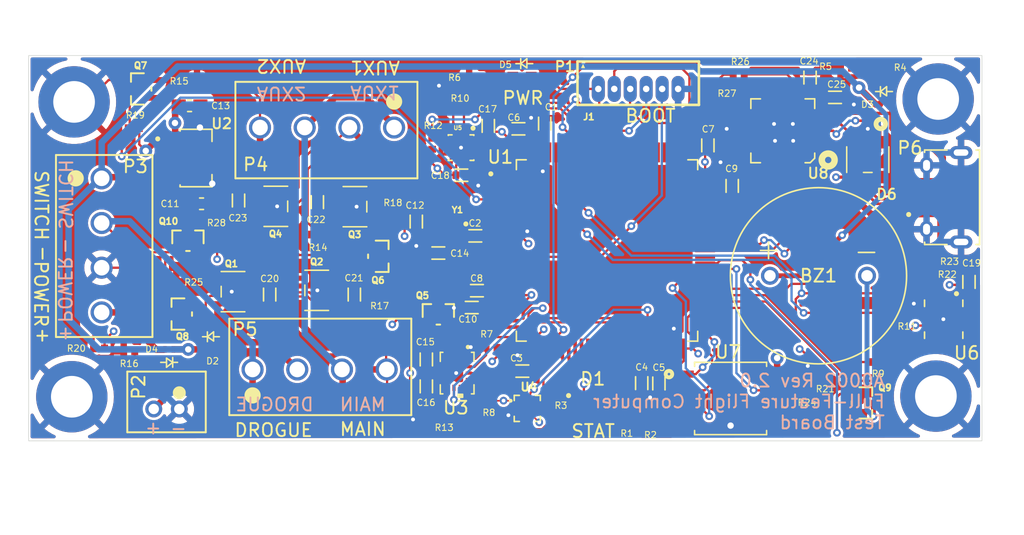
<source format=kicad_pcb>
(kicad_pcb (version 20221018) (generator pcbnew)
  (title_block (title "Liquid Engine Microcontroller") (date "2021-06-30") (rev "1.0") (company "Sun Devil Rocketry") (comment 1 "Author: Colton"))
  (layers (0 "F.Cu" signal) (1 "In1.Cu" signal) (2 "In2.Cu" signal) (31 "B.Cu" signal) (34 "B.Paste" user) (35 "F.Paste" user) (36 "B.SilkS" user "B.Silkscreen") (37 "F.SilkS" user "F.Silkscreen") (38 "B.Mask" user) (39 "F.Mask" user) (44 "Edge.Cuts" user))
  (net 0 "")
  (net 1 "Earth")
  (net 2 "Net-(BZ1-+)")
  (net 3 "AUX1")
  (net 4 "AUX2")
  (net 5 "3.3V")
  (net 6 "NRST")
  (net 7 "Net-(P2-6)")
  (net 8 "SWCLK")
  (net 9 "SWDIO")
  (net 10 "Net-(P3B-6)")
  (net 11 "OSC_IN")
  (net 12 "OSC_OUT")
  (net 13 "CAP1")
  (net 14 "SDA")
  (net 15 "SCL")
  (net 16 "CAP2")
  (net 17 "VIN")
  (net 18 "5V")
  (net 19 "DROGUE")
  (net 20 "MAIN")
  (net 22 "Net-(D1-Pad2)")
  (net 23 "Net-(D1-Pad3)")
  (net 24 "Net-(D1-Pad4)")
  (net 25 "Net-(P4A-6)")
  (net 26 "Net-(P4B-6)")
  (net 27 "Net-(D5-Pad1)")
  (net 28 "/Peripherals/D-")
  (net 29 "/Peripherals/D+")
  (net 30 "Net-(P5A-6)")
  (net 31 "BOOT")
  (net 32 "Net-(P5B-6)")
  (net 33 "VIN_SW")
  (net 35 "~{AUX1_CONT}")
  (net 36 "~{AUX2_CONT}")
  (net 37 "VBAT_SENSE")
  (net 38 "SWO")
  (net 39 "HG_ACC_SCL")
  (net 40 "STATUS_B")
  (net 41 "~{USB_RST}")
  (net 42 "STATUS_G")
  (net 43 "~{USB_SUSPEND}")
  (net 44 "STATUS_R")
  (net 45 "~{FLASH_SS}")
  (net 46 "~{SWITCH}")
  (net 47 "HG_ACC_SDA")
  (net 48 "~{MAIN_CONT}")
  (net 49 "~{DROGUE_CONT}")
  (net 54 "BP_SCL")
  (net 55 "BP_SDA")
  (net 56 "FLASH_MISO")
  (net 57 "FLASH_SCK")
  (net 58 "FLASH_MOSI")
  (net 59 "BEEP")
  (net 60 "~{FLASH_WP}")
  (net 61 "~{FLASH_HOLD}")
  (net 62 "RX_USB")
  (net 63 "TX_USB")
  (net 64 "BP_INT")
  (net 66 "USB_DETECT")
  (net 67 "IMU_INT1")
  (net 68 "IMU_INT2")
  (net 69 "MAG_INT")
  (net 70 "MAG_DRDY")
  (net 82 "HG_ACC_INT1")
  (net 85 "HG_ACC_INT2")
  (footprint "Full-Flight-Computer:2N7002W-7-F" (layer "F.Cu") (at 105.4862 85.9536)
    (fp_text reference "Q10")
    (fp_text value "2N7002W-7-F")
  )
  (footprint "Full-Flight-Computer:CLMVC-FKA-CL1D1L71BB7C3C3" (layer "F.Cu") (at 137.2439 98.7806)
    (fp_text reference "D1")
    (fp_text value "CLMVC-FKA-CL1D1L71BB7C3C3")
  )
  (footprint "Full-Flight-Computer:RES_0402" (layer "F.Cu") (at 122.2756 91.0082 180)
    (fp_text reference "R17")
    (fp_text value "10k")
  )
  (footprint "Full-Flight-Computer:CAP_0402" (layer "F.Cu") (at 109.4486 82.804 -90)
    (fp_text reference "C23")
    (fp_text value "1uF")
  )
  (footprint "Full-Flight-Computer:CAP_0402" (layer "F.Cu") (at 118.5164 90.17 90)
    (fp_text reference "C21")
    (fp_text value "1uF")
  )
  (footprint "Full-Flight-Computer:RES_0402" (layer "F.Cu") (at 157.0228 72.4154)
    (fp_text reference "R5")
    (fp_text value "10k")
  )
  (footprint "Full-Flight-Computer:CAP_0402" (layer "F.Cu") (at 146.2024 78.486 90)
    (fp_text reference "C7")
    (fp_text value "0.1uF")
  )
  (footprint "Full-Flight-Computer:RES_0402" (layer "F.Cu") (at 107.7722 85.979 -90)
    (fp_text reference "R28")
    (fp_text value "10k")
  )
  (footprint "Full-Flight-Computer:RES_0402" (layer "F.Cu") (at 129.1082 98.0186 -90)
    (fp_text reference "R8")
    (fp_text value "10k")
  )
  (footprint "Full-Flight-Computer:LTST-C191KGKT" (layer "F.Cu") (at 131.6482 73.2282)
    (fp_text reference "D5")
    (fp_text value "LTST-C191KGKT")
  )
  (footprint "Full-Flight-Computer:Jumper-NO" (layer "F.Cu") (at 138.5316 76.2 180)
    (fp_text reference "J1")
    (fp_text value "Jumper_NO" hide)
  )
  (footprint "Full-Flight-Computer:1546551-4" (layer "F.Cu") (at 110.5494 96.034201)
    (fp_text reference "P5")
    (fp_text value "1984659")
  )
  (footprint "Full-Flight-Computer:RES_0402" (layer "F.Cu") (at 98.5266 94.3864)
    (fp_text reference "R20")
    (fp_text value "10k")
  )
  (footprint "Full-Flight-Computer:QS5U17TR" (layer "F.Cu") (at 112.3696 83.2612)
    (fp_text reference "Q4")
    (fp_text value "QS5U17TR" hide)
  )
  (footprint "Full-Flight-Computer:CAP_0402" (layer "F.Cu") (at 131.6736 96.1644 180)
    (fp_text reference "C3")
    (fp_text value "0.1uF")
  )
  (footprint "Full-Flight-Computer:RES_0402" (layer "F.Cu") (at 163.2458 87.4776 180)
    (fp_text reference "R23")
    (fp_text value "200k")
  )
  (footprint "Full-Flight-Computer:CAP_0402" (layer "F.Cu") (at 123.3678 84.455 -90)
    (fp_text reference "C12")
    (fp_text value "8pF")
  )
  (footprint "Full-Flight-Computer:MountingHole_4-40" (layer "F.Cu") (at 164.0586 98.1202)
    (fp_text reference "H1" hide)
    (fp_text value "Mounting-Hole-4-40" hide)
  )
  (footprint "Full-Flight-Computer:RES_0402" (layer "F.Cu") (at 159.5374 95.4532)
    (fp_text reference "R9")
    (fp_text value "10k")
  )
  (footprint "Full-Flight-Computer:RES_0402" (layer "F.Cu") (at 100.8888 94.615)
    (fp_text reference "R16")
    (fp_text value "100k")
  )
  (footprint "Full-Flight-Computer:CAP_0402" (layer "F.Cu") (at 166.6494 89.1794 90)
    (fp_text reference "C19")
    (fp_text value "0.1uF")
  )
  (footprint "Full-Flight-Computer:RES_0402" (layer "F.Cu") (at 129.2606 94.3356)
    (fp_text reference "R7")
    (fp_text value "10k")
  )
  (footprint "Full-Flight-Computer:PMEG3010AESBYL" (layer "F.Cu") (at 104.013 94.4626 180)
    (fp_text reference "D4")
    (fp_text value "PMEG3010AESBYL")
  )
  (footprint "Full-Flight-Computer:CAP_0402" (layer "F.Cu") (at 133.4262 76.7842 90)
    (fp_text reference "C1")
    (fp_text value "4.7uF")
  )
  (footprint "Full-Flight-Computer:RES_0402" (layer "F.Cu") (at 124.2314 100.3808 -90)
    (fp_text reference "R13")
    (fp_text value "100k")
  )
  (footprint "Full-Flight-Computer:RES_0402" (layer "F.Cu") (at 154.0256 100.1014 -90)
    (fp_text reference "R24")
    (fp_text value "10k")
  )
  (footprint "Full-Flight-Computer:RES_0402" (layer "F.Cu") (at 106.6292 73.406)
    (fp_text reference "R15")
    (fp_text value "100k")
  )
  (footprint "Full-Flight-Computer:2N7002W-7-F" (layer "F.Cu") (at 105.0036 91.694 90)
    (fp_text reference "Q8")
    (fp_text value "2N7002W-7-F")
  )
  (footprint "Full-Flight-Computer:CAP_0402" (layer "F.Cu") (at 124.1552 95.25 -90)
    (fp_text reference "C15")
    (fp_text value "0.1uF")
  )
  (footprint "Full-Flight-Computer:B2B-PH-K-SLFSN_JST" (layer "F.Cu") (at 104.8098 99.129499)
    (fp_text reference "P2")
    (fp_text value "B2B-PH-K-SLFSN_JST")
  )
  (footprint "Full-Flight-Computer:RES_0402" (layer "F.Cu") (at 155.3464 99.0346 90)
    (fp_text reference "R21")
    (fp_text value "10k")
  )
  (footprint "Full-Flight-Computer:MountingHole_4-40" (layer "F.Cu") (at 96.5708 75.0824)
    (fp_text reference "H4" hide)
    (fp_text value "Mounting-Hole" hide)
  )
  (footprint "Full-Flight-Computer:CAP_0603" (layer "F.Cu") (at 106.553 83.058)
    (fp_text reference "C11")
    (fp_text value "1uF")
  )
  (footprint "Full-Flight-Computer:MountingHole_4-40" (layer "F.Cu") (at 96.393 98.171)
    (fp_text reference "H3" hide)
    (fp_text value "Mounting-Hole" hide)
  )
  (footprint "Full-Flight-Computer:QS5U17TR" (layer "F.Cu") (at 109.0168 89.9414 180)
    (fp_text reference "Q1")
    (fp_text value "QS5U17TR" hide)
  )
  (footprint "Full-Flight-Computer:PMEG3010AESBYL" (layer "F.Cu") (at 107.2896 94.488)
    (fp_text reference "D2")
    (fp_text value "PMEG3010AESBYL")
  )
  (footprint "Full-Flight-Computer:AP7370-33Y-13" (layer "F.Cu") (at 106.1212 79.4766)
    (fp_text reference "U2")
    (fp_text value "AP7370-33Y-13")
  )
  (footprint "Full-Flight-Computer:CAP_0402" (layer "F.Cu") (at 156.1592 74.7268)
    (fp_text reference "C25")
    (fp_text value "0.1uF")
  )
  (footprint "Full-Flight-Computer:RES_0402" (layer "F.Cu") (at 147.6756 75.7428 90)
    (fp_text reference "R27")
    (fp_text value "10k")
  )
  (footprint "Full-Flight-Computer:STM32H750VBT6" (layer "F.Cu") (at 138.3061 86.7156)
    (fp_text reference "U1")
    (fp_text value "STM32H750VBTx")
  )
  (footprint "Full-Flight-Computer:CAP_0603" (layer "F.Cu") (at 105.6132 75.3872)
    (fp_text reference "C13")
    (fp_text value "1uF")
  )
  (footprint "Full-Flight-Computer:CAP_0402" (layer "F.Cu") (at 127.9906 85.5726 180)
    (fp_text reference "C2")
    (fp_text value "0.1uF")
  )
  (footprint "Full-Flight-Computer:RES_0402" (layer "F.Cu") (at 141.7066 99.6696 -90)
    (fp_text reference "R2")
    (fp_text value "82")
  )
  (footprint "Full-Flight-Computer:AT-1438-TWT-R" (layer "F.Cu") (at 154.8638 88.6968)
    (fp_text reference "BZ1")
    (fp_text value "AT-1438-TWT-R")
  )
  (footprint "Full-Flight-Computer:RES_0402" (layer "F.Cu") (at 163.195 88.7984)
    (fp_text reference "R22")
    (fp_text value "100k")
  )
  (footprint "Full-Flight-Computer:CAP_0402" (layer "F.Cu") (at 142.367 97.1296 -90)
    (fp_text reference "C5")
    (fp_text value "0.1uF")
  )
  (footprint "Full-Flight-Computer:1546551-4" (layer "F.Cu") (at 98.7298 81.066998 -90)
    (fp_text reference "P3")
    (fp_text value "1984659")
  )
  (footprint "Full-Flight-Computer:SP0504BAHTG" (layer "F.Cu") (at 158.7246 79.6036 -90)
    (fp_text reference "D6")
    (fp_text value "SP0504BAHTG" hide)
  )
  (footprint "Full-Flight-Computer:RES_0402" (layer "F.Cu") (at 127.9398 73.1774)
    (fp_text reference "R6")
    (fp_text value "240")
  )
  (footprint "Full-Flight-Computer:10118194-0001LF" (layer "F.Cu") (at 166.0265 82.55 90)
    (fp_text reference "P6")
    (fp_text value "USB")
  )
  (footprint "Full-Flight-Computer:CAP_0402" (layer "F.Cu") (at 127.7112 91.186 180)
    (fp_text reference "C10")
    (fp_text value "1uF")
  )
  (footprint "Full-Flight-Computer:CAP_0402" (layer "F.Cu") (at 125.095 86.9188 180)
    (fp_text reference "C14")
    (fp_text value "8pF")
  )
  (footprint "Full-Flight-Computer:2N7002W-7-F" (layer "F.Cu") (at 158.2674 98.6536 -90)
    (fp_text reference "Q9")
    (fp_text value "2N7002W-7-F")
  )
  (footprint "Full-Flight-Computer:RES_0402" (layer "F.Cu") (at 134.747 100.1776 -90)
    (fp_text reference "R3")
    (fp_text value "240")
  )
  (footprint "Full-Flight-Computer:CAP_0402" (layer "F.Cu") (at 115.6208 82.931 -90)
    (fp_text reference "C22")
    (fp_text value "1uF")
  )
  (footprint "Full-Flight-Computer:2N7002W-7-F" (layer "F.Cu") (at 101.8286 74.0664 90)
    (fp_text reference "Q7")
    (fp_text value "2N7002W-7-F")
  )
  (footprint "Full-Flight-Computer:MountingHole_4-40" (layer "F.Cu") (at 164.2364 74.8538)
    (fp_text reference "H2" hide)
    (fp_text value "Mounting-Hole-4-40" hide)
  )
  (footprint "Full-Flight-Computer:BMP390" (layer "F.Cu") (at 126.9238 78.6892)
    (fp_text reference "U5")
    (fp_text value "BMP390")
  )
  (footprint "Full-Flight-Computer:CP2012-GMR" (layer "F.Cu") (at 152.0684 77.3438 180)
    (fp_text reference "U8")
    (fp_text value "CP2102-GMR(QFN28)")
  )
  (footprint "Full-Flight-Computer:CAP_0402" (layer "F.Cu") (at 131.3688 77.1906 180)
    (fp_text reference "C6")
    (fp_text value "0.1uF")
  )
  (footprint "Full-Flight-Computer:RES_0402" (layer "F.Cu") (at 104.14 89.1286 180)
    (fp_text reference "R25")
    (fp_text value "100k")
  )
  (footprint "Full-Flight-Computer:BMI323" (layer "F.Cu") (at 126.5682 96.319309 -90)
    (fp_text reference "U3")
    (fp_text value "BMI323" hide)
  )
  (footprint "Full-Flight-Computer:SST25VF040B-50-4I-S2AE-T" (layer "F.Cu") (at 147.9804 98.30455)
    (fp_text reference "U7")
    (fp_text value "SST25VF040B-50-4I-S2AE-T" hide)
  )
  (footprint "Full-Flight-Computer:RES_0402" (layer "F.Cu") (at 159.6898 72.4408 180)
    (fp_text reference "R4")
    (fp_text value "39k")
  )
  (footprint "Full-Flight-Computer:RES_0402" (layer "F.Cu") (at 148.6154 72.9488)
    (fp_text reference "R26")
    (fp_text value "4.7k")
  )
  (footprint "Full-Flight-Computer:QS5U17TR" (layer "F.Cu") (at 118.5672 83.2866)
    (fp_text reference "Q3")
    (fp_text value "QS5U17TR" hide)
  )
  (footprint "Full-Flight-Computer:CAP_0402" (layer "F.Cu") (at 126.8984 80.8228)
    (fp_text reference "C18")
    (fp_text value "0.1uF")
  )
  (footprint "Full-Flight-Computer:CAP_0402" (layer "F.Cu") (at 129.0066 76.962 90)
    (fp_text reference "C17")
    (fp_text value "0.1uF")
  )
  (footprint "Full-Flight-Computer:53047-0610" (layer "F.Cu") (at 140.746 74.0664 180)
    (fp_text reference "P1")
    (fp_text value "0530470610")
  )
  (footprint "Full-Flight-Computer:RES_0402" (layer "F.Cu") (at 139.7762 99.6442 90)
    (fp_text reference "R1")
    (fp_text value "82")
  )
  (footprint "Full-Flight-Computer:CAP_0402" (layer "F.Cu") (at 148.1074 81.661 90)
    (fp_text reference "C9")
    (fp_text value "2.2uF")
  )
  (footprint "Full-Flight-Computer:2N7002W-7-F" (layer "F.Cu") (at 120.396 87.1728 -90)
    (fp_text reference "Q6")
    (fp_text value "2N7002W-7-F")
  )
  (footprint "Full-Flight-Computer:CAP_0402" (layer "F.Cu") (at 154.2034 73.1774 90)
    (fp_text reference "C24")
    (fp_text value "1uF")
  )
  (footprint "Full-Flight-Computer:RES_0402" (layer "F.Cu") (at 121.5644 84.3788 90)
    (fp_text reference "R18")
    (fp_text value "10k")
  )
  (footprint "Full-Flight-Computer:QS5U17TR" (layer "F.Cu") (at 115.57 89.8398 180)
    (fp_text reference "Q2")
    (fp_text value "QS5U17TR" hide)
  )
  (footprint "Full-Flight-Computer:CAP_0402" (layer "F.Cu") (at 111.887 90.17 90)
    (fp_text reference "C20")
    (fp_text value "1uF")
  )
  (footprint "Full-Flight-Computer:H3LIS100DLTR" (layer "F.Cu") (at 164.6682 92.1004 -90)
    (fp_text reference "U6")
    (fp_text value "H3LIS100DLTR")
  )
  (footprint "Full-Flight-Computer:RES_0402" (layer "F.Cu") (at 161.671 93.6752)
    (fp_text reference "R11")
    (fp_text value "10k")
  )
  (footprint "Full-Flight-Computer:1546551-4" (layer "F.Cu") (at 121.630201 77.089 180)
    (fp_text reference "P4")
    (fp_text value "1546551-4")
  )
  (footprint "Full-Flight-Computer:RES_0402" (layer "F.Cu") (at 124.6124 78.359 -90)
    (fp_text reference "R12")
    (fp_text value "4.7k")
  )
  (footprint "Full-Flight-Computer:RES_0402" (layer "F.Cu") (at 126.67 75.819)
    (fp_text reference "R10")
    (fp_text value "4.7k")
  )
  (footprint "Full-Flight-Computer:CAP_0402" (layer "F.Cu") (at 141.0208 97.1042 -90)
    (fp_text reference "C4")
    (fp_text value "2.2uF")
  )
  (footprint "Full-Flight-Computer:PMEG3010AESBYL" (layer "F.Cu") (at 159.9946 75.2856)
    (fp_text reference "D3")
    (fp_text value "PMEG3010AESBYL")
  )
  (footprint "Full-Flight-Computer:BMM150" (layer "F.Cu") (at 132.05955 99.0854)
    (fp_text reference "U4")
    (fp_text value "BMM150")
  )
  (footprint "Full-Flight-Computer:ECS-240-12-37B-CKY-TR" (layer "F.Cu") (at 125.5522 85.09 180)
    (fp_text reference "Y1")
    (fp_text value "ECS-240-18-33-JGN-TR")
  )
  (footprint "Full-Flight-Computer:RES_0402" (layer "F.Cu") (at 115.5954 85.471 180)
    (fp_text reference "R14")
    (fp_text value "100k")
  )
  (footprint "Full-Flight-Computer:CAP_0402" (layer "F.Cu") (at 124.1552 97.3582 90)
    (fp_text reference "C16")
    (fp_text value "0.1uF")
  )
  (footprint "Full-Flight-Computer:RES_0402" (layer "F.Cu") (at 101.2444 77.1398)
    (fp_text reference "R19")
    (fp_text value "10k")
  )
  (footprint "Full-Flight-Computer:CAP_0402" (layer "F.Cu") (at 128.1176 89.8652 180)
    (fp_text reference "C8")
    (fp_text value "0.1uF")
  )
  (footprint "Full-Flight-Computer:2N7002W-7-F" (layer "F.Cu") (at 125.095 91.7194)
    (fp_text reference "Q5")
    (fp_text value "2N7002W-7-F")
  )
  (gr_rect (start 93.0148 71.4502) (end 167.6654 101.6254) (stroke (width 0.05)) (fill none) (layer "Edge.Cuts"))
  (gr_text "DROGUE" (at 112.268 98.7806) (layer "B.SilkS") (effects (font (size 1.016 1.016)) (justify mirror)))
  (gr_text "AUX2" (at 112.8268 74.422 -180) (layer "B.SilkS") (effects (font (size 1.016 1.016)) (justify mirror)))
  (gr_text "SWITCH" (at 95.885 82.3214 -90) (layer "B.SilkS") (effects (font (size 1.016 1.016)) (justify mirror)))
  (gr_text "-\n\n" (at 104.7496 101.4476) (layer "B.SilkS") (effects (font (size 1.016 1.016)) (justify mirror)))
  (gr_text "AUX1" (at 120.142 74.3458 -180) (layer "B.SilkS") (effects (font (size 1.016 1.016)) (justify mirror)))
  (gr_text "+\n" (at 95.9104 93.1418) (layer "B.SilkS") (effects (font (size 1.016 1.016)) (justify mirror)))
  (gr_text "A0002 Rev 2.0\nFull-Feature Flight Computer\nTest Board\n " (at 160.147 99.3648) (layer "B.SilkS") (effects (font (size 1.016 1.016)) (justify left mirror)))
  (gr_text "POWER" (at 95.8342 89.789 270) (layer "B.SilkS") (effects (font (size 1.016 1.016)) (justify mirror)))
  (gr_text "+\n" (at 102.8446 100.6602 -90) (layer "B.SilkS") (effects (font (size 1.016 1.016)) (justify mirror)))
  (gr_text "MAIN" (at 119.1768 98.7806) (layer "B.SilkS") (effects (font (size 1.016 1.016)) (justify mirror)))
  (gr_text "-\n\n" (at 95.1528 86.366998 -90) (layer "B.SilkS") (effects (font (size 1.016 1.016)) (justify mirror)))
  (gr_text "PWR" (at 131.7244 74.7776) (layer "F.SilkS") (effects (font (size 1.016 1.016))))
  (gr_text "+\n" (at 94.0816 93.3196) (layer "F.SilkS") (effects (font (size 1.016 1.016))))
  (gr_text "DROGUE" (at 112.1918 100.7872) (layer "F.SilkS") (effects (font (size 1.016 1.016))))
  (gr_text "MAIN" (at 119.1768 100.711) (layer "F.SilkS") (effects (font (size 1.016 1.016))))
  (gr_text "-\n\n" (at 94.8436 86.9696 90) (layer "F.SilkS") (effects (font (size 1.016 1.016))))
  (gr_text "SWITCH" (at 94.0054 83.185 -90) (layer "F.SilkS") (effects (font (size 1.016 1.016))))
  (gr_text "POWER" (at 93.98 90.1192 -90) (layer "F.SilkS") (effects (font (size 1.016 1.016))))
  (gr_text "AUX1" (at 120.142 72.39 180) (layer "F.SilkS") (effects (font (size 1.016 1.016))))
  (gr_text "BOOT" (at 141.7066 76.1746) (layer "F.SilkS") (effects (font (size 1.016 1.016))))
  (gr_text "STAT" (at 137.2185 100.8634) (layer "F.SilkS") (effects (font (size 1.016 1.016))))
  (gr_text "AUX2" (at 112.8014 72.263 180) (layer "F.SilkS") (effects (font (size 1.016 1.016))))
  (segment (start 129.0828 89.2302) (end 129.0066 89.154) (width 0.1778) (layer "F.Cu") (net 1))
  (segment (start 107.3912 81.4832) (end 107.403 81.4714) (width 0.508) (layer "F.Cu") (net 1))
  (segment (start 117.29085 83.2866) (end 118.4656 83.2866) (width 0.508) (layer "F.Cu") (net 1))
  (segment (start 124.2314 99.9488) (end 123.1136 99.9488) (width 0.1778) (layer "F.Cu") (net 1))
  (segment (start 126.2888 91.186) (end 126.2634 91.186) (width 0.1778) (layer "F.Cu") (net 1))
  (segment (start 132.3866 76.3542) (end 132.3594 76.327) (width 0.1778) (layer "F.Cu") (net 1))
  (segment (start 104.572 90.9572) (end 104.5464 90.9828) (width 0.1778) (layer "F.Cu") (net 1))
  (segment (start 104.572 89.1286) (end 104.572 90.9572) (width 0.1778) (layer "F.Cu") (net 1))
  (segment (start 118.5164 89.74) (end 117.7272 89.74) (width 0.1778) (layer "F.Cu") (net 1))
  (segment (start 143.8061 93.1077) (end 143.5354 92.837) (width 0.1778) (layer "F.Cu") (net 1))
  (segment (start 132.8061 80.0503) (end 133.2738 80.518) (width 0.1778) (layer "F.Cu") (net 1))
  (segment (start 127.5078 73.1774) (end 125.7808 73.1774) (width 0.1778) (layer "F.Cu") (net 1))
  (segment (start 146.2024 78.056) (end 146.6614 78.056) (width 0.1778) (layer "F.Cu") (net 1))
  (segment (start 128.2192 81.28) (end 128.2192 81.6356) (width 0.1778) (layer "F.Cu") (net 1))
  (segment (start 123.3678 86.36) (end 123.3678 84.885) (width 0.1778) (layer "F.Cu") (net 1))
  (segment (start 124.1552 96.266) (end 124.1552 96.901) (width 0.1778) (layer "F.Cu") (net 1))
  (segment (start 127.762 85.364236) (end 127.762 85.3694) (width 0.1778) (layer "F.Cu") (net 1))
  (segment (start 164.0586 98.1202) (end 163.4744 98.1202) (width 0.381) (layer "F.Cu") (net 1))
  (segment (start 124.208509 96.319309) (end 124.1552 96.266) (width 0.1778) (layer "F.Cu") (net 1))
  (segment (start 127.636 79.1638) (end 127.636 78.739) (width 0.1778) (layer "F.Cu") (net 1))
  (segment (start 127.6876 89.8652) (end 127.6604 89.8652) (width 0.1778) (layer "F.Cu") (net 1))
  (segment (start 123.3678 86.36) (end 123.9012 86.8934) (width 0.1778) (layer "F.Cu") (net 1))
  (segment (start 131.2926 94.9198) (end 131.766 94.3956) (width 0.1778) (layer "F.Cu") (net 1))
  (segment (start 132.8061 79.0356) (end 132.8061 80.0503) (width 0.1778) (layer "F.Cu") (net 1))
  (segment (start 126.873 78.6638) (end 127.5842 78.6638) (width 0.1778) (layer "F.Cu") (net 1))
  (segment (start 118.4656 83.2866) (end 118.6942 83.312) (width 0.508) (layer "F.Cu") (net 1))
  (segment (start 147.916 81.2156) (end 147.955 81.2546) (width 0.1778) (layer "F.Cu") (net 1))
  (segment (start 116.84635 89.8398) (end 117.1194 89.8398) (width 0.508) (layer "F.Cu") (net 1))
  (segment (start 165.1682 92.6258) (end 164.6428 92.1004) (width 0.1778) (layer "F.Cu") (net 1))
  (segment (start 127.636 78.739) (end 127.6604 78.7146) (width 0.1778) (layer "F.Cu") (net 1))
  (segment (start 130.6261 85.2156) (end 132.056 85.2156) (width 0.1778) (layer "F.Cu") (net 1))
  (segment (start 154.6584 77.8438) (end 153.358 77.8438) (width 0.1778) (layer "F.Cu") (net 1))
  (segment (start 125.6538 96.819308) (end 125.6538 96.3422) (width 0.1778) (layer "F.Cu") (net 1))
  (segment (start 111.125 89.9668) (end 110.7186 89.9668) (width 0.1778) (layer "F.Cu") (net 1))
  (segment (start 126.3396 91.186) (end 126.3142 91.2114) (width 0.1778) (layer "F.Cu") (net 1))
  (segment (start 157.367399 100.445999) (end 157.7594 100.838) (width 0.381) (layer "F.Cu") (net 1))
  (segment (start 127.318201 95.163609) (end 127.318201 94.601599) (width 0.1778) (layer "F.Cu") (net 1))
  (segment (start 102.728601 73.366399) (end 99.277401 73.366399) (width 0.1778) (layer "F.Cu") (net 1))
  (segment (start 99.277401 73.366399) (end 98.9076 73.7362) (width 0.1778) (layer "F.Cu") (net 1))
  (segment (start 126.3142 91.2114) (end 126.2888 91.186) (width 0.1778) (layer "F.Cu") (net 1))
  (segment (start 128.3716 89.174236) (end 128.3716 89.154) (width 0.1778) (layer "F.Cu") (net 1))
  (segment (start 131.6718 76.3542) (end 131.0386 76.9874) (width 0.1778) (layer "F.Cu") (net 1))
  (segment (start 127.318201 94.601599) (end 127.635 94.2848) (width 0.1778) (layer "F.Cu") (net 1))
  (segment (start 107.403 79.717) (end 107.3404 79.6544) (width 0.508) (layer "F.Cu") (net 1))
  (segment (start 126.2206 78.1638) (end 126.7206 78.6638) (width 0.1778) (layer "F.Cu") (net 1))
  (segment (start 158.7246 78.237652) (end 158.7246 77.1906) (width 0.254) (layer "F.Cu") (net 1))
  (segment (start 105.5624 89.1286) (end 106.2228 88.4682) (width 0.1778) (layer "F.Cu") (net 1))
  (segment (start 147.193 81.2156) (end 147.916 81.2156) (width 0.1778) (layer "F.Cu") (net 1))
  (segment (start 165.1682 93.3204) (end 165.1682 92.6258) (width 0.1778) (layer "F.Cu") (net 1))
  (segment (start 125.7808 73.1774) (end 125.1458 73.8124) (width 0.1778) (layer "F.Cu") (net 1))
  (segment (start 154.0256 99.6694) (end 154.0256 95.758) (width 0.1778) (layer "F.Cu") (net 1))
  (segment (start 127.762 80.8228) (end 128.2192 81.28) (width 0.1778) (layer "F.Cu") (net 1))
  (segment (start 147.9804 100.4316) (end 144.55755 100.4316) (width 0.508) (layer "F.Cu") (net 1))
  (segment (start 111.887 89.74) (end 111.3518 89.74) (width 0.1778) (layer "F.Cu") (net 1))
  (segment (start 143.8061 94.3956) (end 143.8061 93.1077) (width 0.1778) (layer "F.Cu") (net 1))
  (segment (start 105.918 90.3732) (end 105.918 90.8558) (width 0.1778) (layer "F.Cu") (net 1))
  (segment (start 98.7298 88.066999) (end 100.462199 88.066999) (width 0.1778) (layer "F.Cu") (net 1))
  (segment (start 117.7272 89.74) (end 117.602 89.8652) (width 0.1778) (layer "F.Cu") (net 1))
  (segment (start 132.3322 76.3542) (end 131.6718 76.3542) (width 0.1778) (layer "F.Cu") (net 1))
  (segment (start 123.9012 86.8934) (end 124.6124 86.8934) (width 0.1778) (layer "F.Cu") (net 1))
  (segment (start 156.5892 72.5696) (end 156.6164 72.5424) (width 0.1778) (layer "F.Cu") (net 1))
  (segment (start 157.0736 74.7268) (end 157.6324 75.2856) (width 0.1778) (layer "F.Cu") (net 1))
  (segment (start 126.492 96.3168) (end 126.489491 96.319309) (width 0.1778) (layer "F.Cu") (net 1))
  (segment (start 163.6778 86.6142) (end 163.3474 86.2838) (width 0.1778) (layer "F.Cu") (net 1))
  (segment (start 125.795001 92.619401) (end 125.795001 91.654399) (width 0.1778) (layer "F.Cu") (net 1))
  (segment (start 124.1552 95.68) (end 124.1552 96.266) (width 0.1778) (layer "F.Cu") (net 1))
  (segment (start 118.5164 83.2866) (end 118.491 83.2866) (width 0.508) (layer "F.Cu") (net 1))
  (segment (start 127.3284 80.8228) (end 127.762 80.8228) (width 0.1778) (layer "F.Cu") (net 1))
  (segment (start 127.6604 89.8652) (end 127.2812 90.2444) (width 0.1778) (layer "F.Cu") (net 1))
  (segment (start 126.2206 79.1638) (end 126.7206 78.6638) (width 0.1778) (layer "F.Cu") (net 1))
  (segment (start 111.09325 83.2612) (end 112.4712 83.2612) (width 0.508) (layer "F.Cu") (net 1))
  (segment (start 115.6208 84.9122) (end 115.9764 85.2678) (width 0.1778) (layer "F.Cu") (net 1))
  (segment (start 106.3498 89.9414) (end 105.918 90.3732) (width 0.1778) (layer "F.Cu") (net 1))
  (segment (start 110.29315 89.9414) (end 108.9152 89.9414) (width 0.508) (layer "F.Cu") (net 1))
  (segment (start 132.6038 99.0504) (end 132.6134 99.06) (width 0.15) (layer "F.Cu") (net 1))
  (segment (start 128.8034 84.8868) (end 128.239436 84.8868) (width 0.1778) (layer "F.Cu") (net 1))
  (segment (start 109.4486 83.234) (end 110.695 83.234) (width 0.1778) (layer "F.Cu") (net 1))
  (segment (start 163.3265 81.25) (end 163.3265 79.9891) (width 0.381) (layer "F.Cu") (net 1))
  (segment (start 107.403 81.4714) (end 107.403 79.717) (width 0.508) (layer "F.Cu") (net 1))
  (segment (start 125.6538 96.319309) (end 126.492 96.3168) (width 0.1778) (layer "F.Cu") (net 1))
  (segment (start 131.45855 99.0504) (end 132.0292 99.0504) (width 0.127) (layer "F.Cu") (net 1))
  (segment (start 145.9861 81.2156) (end 147.193 81.2156) (width 0.1778) (layer "F.Cu") (net 1))
  (segment (start 106.426 77.089) (end 106.4632 77.1262) (width 0.508) (layer "F.Cu") (net 1))
  (segment (start 141.0208 97.5342) (end 141.6812 97.5342) (width 0.1778) (layer "F.Cu") (net 1))
  (segment (start 147.193 79.8068) (end 147.193 81.2156) (width 0.1778) (layer "F.Cu") (net 1))
  (segment (start 144.55755 100.4316) (end 144.3355 100.20955) (width 0.508) (layer "F.Cu") (net 1))
  (segment (start 132.59055 99.0504) (end 132.59055 98.50375) (width 0.127) (layer "F.Cu") (net 1))
  (segment (start 165.989 87.376) (end 165.989 86.1314) (width 0.1778) (layer "F.Cu") (net 1))
  (segment (start 166.0265 83.55) (end 166.0265 86.1447) (width 0.508) (layer "F.Cu") (net 1))
  (segment (start 128.239436 84.8868) (end 127.762 85.364236) (width 0.1778) (layer "F.Cu") (net 1))
  (segment (start 141.6812 97.5342) (end 141.6812 98.2218) (width 0.1778) (layer "F.Cu") (net 1))
  (segment (start 130.6261 89.7156) (end 129.5682 89.7156) (width 0.1778) (layer "F.Cu") (net 1))
  (segment (start 112.4712 83.2612) (end 112.4458 83.2612) (width 0.508) (layer "F.Cu") (net 1))
  (segment (start 107.403 81.495) (end 107.3912 81.4832) (width 0.508) (layer "F.Cu") (net 1))
  (segment (start 106.1972 73.406) (end 102.9716 73.406) (width 0.1778) (layer "F.Cu") (net 1))
  (segment (start 131.45855 99.6164) (end 130.5814 99.6188) (width 0.127) (layer "F.Cu") (net 1))
  (segment (start 132.3594 76.327) (end 132.3322 76.3542) (width 0.1778) (layer "F.Cu") (net 1))
  (segment (start 127.2812 91.186) (end 127.2812 90.2444) (width 0.1778) (layer "F.Cu") (net 1))
  (segment (start 118.6942 83.2866) (end 118.5164 83.2866) (width 0.508) (layer "F.Cu") (net 1))
  (segment (start 130.6261 85.2156) (end 129.1322 85.2156) (width 0.1778) (layer "F.Cu") (net 1))
  (segment (start 108.9152 89.9414) (end 108.8644 89.9414) (width 0.508) (layer "F.Cu") (net 1))
  (segment (start 106.4632 77.0518) (end 106.426 77.089) (width 0.508) (layer "F.Cu") (net 1))
  (segment (start 133.4262 76.3542) (end 132.3866 76.3542) (width 0.1778) (layer "F.Cu") (net 1))
  (segment (start 163.6778 87.4776) (end 163.6778 86.6142) (width 0.1778) (layer "F.Cu") (net 1))
  (segment (start 156.5908 72.4154) (end 154.6098 72.4154) (width 0.1778) (layer "F.Cu") (net 1))
  (segment (start 118.6942 83.312) (end 118.6942 83.2866) (width 0.508) (layer "F.Cu") (net 1))
  (segment (start 166.6494 88.7494) (end 166.6494 88.0364) (width 0.1778) (layer "F.Cu") (net 1))
  (segment (start 131.766 94.3956) (end 132.3061 94.3956) (width 0.1778) (layer "F.Cu") (net 1))
  (segment (start 161.3408 100.838) (end 163.7284 98.4504) (width 0.381) (layer "F.Cu") (net 1))
  (segment (start 163.6682 90.8804) (end 162.3306 90.8804) (width 0.1778) (layer "F.Cu") (net 1))
  (segment (start 103.378 90.9828) (end 104.5464 90.9828) (width 0.1778) (layer "F.Cu") (net 1))
  (segment (start 141.6812 98.2218) (end 141.6812 98.1964) (width 0.1778) (layer "F.Cu") (net 1))
  (segment (start 164.1682 93.3204) (end 164.1682 92.575) (width 0.1778) (layer "F.Cu") (net 1))
  (segment (start 147.6756 76.1748) (end 147.6756 77.1906) (width 0.1778) (layer "F.Cu") (net 1))
  (segment (start 128.2192 81.6356) (end 128.2192 81.5848) (width 0.1778) (layer "F.Cu") (net 1))
  (segment (start 163.3474 86.2838) (end 163.3474 85.0646) (width 0.1778) (layer "F.Cu") (net 1))
  (segment (start 147.193 78.5876) (end 147.193 79.8068) (width 0.1778) (layer "F.Cu") (net 1))
  (segment (start 100.462199 88.066999) (end 103.378 90.9828) (width 0.1778) (layer "F.Cu") (net 1))
  (segment (start 104.5464 90.9828) (end 105.6386 90.9828) (width 0.1778) (layer "F.Cu") (net 1))
  (segment (start 117.29085 83.2866) (end 115.57 83.2866) (width 0.1778) (layer "F.Cu") (net 1))
  (segment (start 106.4632 78.9822) (end 106.3498 79.0956) (width 0.508) (layer "F.Cu") (net 1))
  (segment (start 165.8882 91.6004) (end 165.1428 91.6004) (width 0.1778) (layer "F.Cu") (net 1))
  (segment (start 129.5682 89.7156) (end 129.0828 89.2302) (width 0.1778) (layer "F.Cu") (net 1))
  (segment (start 163.4482 92.1004) (end 164.6428 92.1004) (width 0.1778) (layer "F.Cu") (net 1))
  (segment (start 126.7206 78.6638) (end 126.873 78.6638) (width 0.1778) (layer "F.Cu") (net 1))
  (segment (start 106.2228 88.4682) (end 106.2228 87.0966) (width 0.1778) (layer "F.Cu") (net 1))
  (segment (start 157.7594 100.838) (end 161.3408 100.838) (width 0.381) (layer "F.Cu") (net 1))
  (segment (start 107.403 83.058) (end 107.403 81.495) (width 0.508) (layer "F.Cu") (net 1))
  (segment (start 125.6538 96.319309) (end 124.208509 96.319309) (width 0.1778) (layer "F.Cu") (net 1))
  (segment (start 105.903601 90.993999) (end 106.186201 90.993999) (width 0.1778) (layer "F.Cu") (net 1))
  (segment (start 104.572 89.1286) (end 105.5624 89.1286) (width 0.1778) (layer "F.Cu") (net 1))
  (segment (start 127.6876 89.8652) (end 127.6876 89.858236) (width 0.1778) (layer "F.Cu") (net 1))
  (segment (start 116.84635 89.8398) (end 115.6208 89.8398) (width 0.508) (layer "F.Cu") (net 1))
  (segment (start 129.0066 89.154) (end 128.3716 89.154) (width 0.1778) (layer "F.Cu") (net 1))
  (segment (start 106.4632 75.3872) (end 106.4632 77.0518) (width 0.508) (layer "F.Cu") (net 1))
  (segment (start 117.602 89.8652) (end 117.1702 89.8652) (width 0.1778) (layer "F.Cu") (net 1))
  (segment (start 126.111 79.1638) (end 126.2206 79.1638) (width 0.1778) (layer "F.Cu") (net 1))
  (segment (start 132.02455 99.05505) (end 132.0292 99.0504) (width 0.127) (layer "F.Cu") (net 1))
  (segment (start 146.6614 78.056) (end 147.193 78.5876) (width 0.1778) (layer "F.Cu") (net 1))
  (segment (start 130.5814 99.6188) (end 130.5838 99.6164) (width 0.127) (layer "F.Cu") (net 1))
  (segment (start 157.367399 99.353601) (end 157.367399 100.445999) (width 0.381) (layer "F.Cu") (net 1))
  (segment (start 115.6208 83.361) (end 115.6208 84.9122) (width 0.1778) (layer "F.Cu") (net 1))
  (segment (start 131.45855 99.0504) (end 131.45855 99.60525) (width 0.127) (layer "F.Cu") (net 1))
  (segment (start 127.6876 89.858236) (end 128.3716 89.174236) (width 0.1778) (layer "F.Cu") (net 1))
  (segment (start 126.2634 91.186) (end 125.795001 91.654399) (width 0.1778) (layer "F.Cu") (net 1))
  (segment (start 131.2926 94.9198) (end 131.2926 95.9866) (width 0.1778) (layer "F.Cu") (net 1))
  (segment (start 111.3518 89.74) (end 111.125 89.9668) (width 0.1778) (layer "F.Cu") (net 1))
  (segment (start 126.111 78.1638) (end 126.2206 78.1638) (width 0.1778) (layer "F.Cu") (net 1))
  (segment (start 124.1552 96.901) (end 124.1044 96.9518) (width 0.1778) (layer "F.Cu") (net 1))
  (segment (start 166.0265 81.55) (end 166.0265 83.1475) (width 0.508) (layer "F.Cu") (net 1))
  (segment (start 166.0265 81.55) (end 166.0265 79.1077) (width 0.508) (layer "F.Cu") (net 1))
  (segment (start 165.6682 93.3204) (end 165.2786 93.3204) (width 0.1778) (layer "F.Cu") (net 1))
  (segment (start 127.2812 91.186) (end 126.3396 91.186) (width 0.1778) (layer "F.Cu") (net 1))
  (segment (start 156.5892 74.7268) (end 156.5892 72.5696) (width 0.1778) (layer "F.Cu") (net 1))
  (segment (start 166.6494 88.0364) (end 165.989 87.376) (width 0.1778) (layer "F.Cu") (net 1))
  (segment (start 164.1682 92.575) (end 164.6428 92.1004) (width 0.1778) (layer "F.Cu") (net 1))
  (segment (start 132.02455 99.6164) (end 132.02455 99.05505) (width 0.127) (layer "F.Cu") (net 1))
  (segment (start 106.4632 77.1262) (end 106.4632 78.9822) (width 0.508) (layer "F.Cu") (net 1))
  (segment (start 129.1322 85.2156) (end 128.8034 84.8868) (width 0.1778) (layer "F.Cu") (net 1))
  (segment (start 132.0292 99.0504) (end 132.5722 99.0504) (width 0.127) (layer "F.Cu") (net 1))
  (segment (start 156.5892 74.7268) (end 157.0736 74.7268) (width 0.1778) (layer "F.Cu") (net 1))
  (segment (start 165.2786 93.3204) (end 165.227 93.2688) (width 0.1778) (layer "F.Cu") (net 1))
  (segment (start 108.9152 89.9414) (end 106.3498 89.9414) (width 0.1778) (layer "F.Cu") (net 1))
  (segment (start 165.1428 91.6004) (end 164.6428 92.1004) (width 0.1778) (layer "F.Cu") (net 1))
  (segment (start 154.6098 72.4154) (end 154.432 72.5932) (width 0.1778) (layer "F.Cu") (net 1))
  (segment (start 141.6812 97.5342) (end 142.2164 97.5342) (width 0.1778) (layer "F.Cu") (net 1))
  (via (at 131.2926 94.9198) (size 0.6) (drill 0.3) (layers "F.Cu" "B.Cu") (net 1))
  (via (at 141.6812 98.2218) (size 0.6) (drill 0.3) (layers "F.Cu" "B.Cu") (net 1))
  (via (at 123.1136 99.9488) (size 0.6) (drill 0.3) (layers "F.Cu" "B.Cu") (net 1))
  (via (at 126.873 78.6638) (size 0.6) (drill 0.3) (layers "F.Cu" "B.Cu") (net 1))
  (via (at 127.635 94.2848) (size 0.6) (drill 0.3) (layers "F.Cu" "B.Cu") (net 1))
  (via (at 162.3306 90.8804) (size 0.6) (drill 0.3) (layers "F.Cu" "B.Cu") (net 1))
  (via (at 132.3594 76.327) (size 0.6) (drill 0.3) (layers "F.Cu" "B.Cu") (net 1))
  (via (at 151.4602 78.1304) (size 0.6) (drill 0.3) (layers "F.Cu" "B.Cu") (net 1))
  (via (at 152.8572 76.8096) (size 0.6) (drill 0.3) (layers "F.Cu" "B.Cu") (net 1))
  (via (at 158.7246 77.1906) (size 0.6) (drill 0.3) (layers "F.Cu" "B.Cu") (net 1))
  (via (at 147.9804 100.4316) (size 1) (drill 0.5) (layers "F.Cu" "B.Cu") (net 1))
  (via (at 152.8826 78.1304) (size 0.6) (drill 0.3) (layers "F.Cu" "B.Cu") (net 1))
  (via (at 157.6324 75.2856) (size 0.6) (drill 0.3) (layers "F.Cu" "B.Cu") (net 1))
  (via (at 151.384 76.8096) (size 0.6) (drill 0.3) (layers "F.Cu" "B.Cu") (net 1))
  (via (at 132.056 85.2156) (size 0.6) (drill 0.3) (layers "F.Cu" "B.Cu") (net 1))
  (via (at 164.6428 92.1004) (size 0.6) (drill 0.3) (layers "F.Cu" "B.Cu") (net 1))
  (via (at 147.6756 77.1906) (size 0.6) (drill 0.3) (layers "F.Cu" "B.Cu") (net 1))
  (via (at 106.426 77.089) (size 1) (drill 0.5) (layers "F.Cu" "B.Cu") (net 1))
  (via (at 108.9152 89.9414) (size 0.6) (drill 0.3) (layers "F.Cu" "B.Cu") (net 1))
  (via (at 112.4712 83.2612) (size 0.6) (drill 0.3) (layers "F.Cu" "B.Cu") (net 1))
  (via (at 126.3142 91.2114) (size 0.6) (drill 0.3) (layers "F.Cu" "B.Cu") (net 1))
  (via (at 133.2738 80.518) (size 0.6) (drill 0.3) (layers "F.Cu" "B.Cu") (net 1))
  (via (at 115.6208 89.8398) (size 0.6) (drill 0.3) (layers "F.Cu" "B.Cu") (net 1))
  (via (at 154.0256 95.758) (size 0.6) (drill 0.3) (layers "F.Cu" "B.Cu") (net 1))
  (via (at 147.193 79.8068) (size 0.6) (drill 0.3) (layers "F.Cu" "B.Cu") (net 1))
  (via (at 118.6942 83.2866) (size 0.6) (drill 0.3) (layers "F.Cu" "B.Cu") (net 1))
  (via (at 143.5354 92.837) (size 0.6) (drill 0.3) (layers "F.Cu" "B.Cu") (net 1))
  (via (at 126.492 96.3168) (size 0.6) (drill 0.3) (layers "F.Cu" "B.Cu") (net 1))
  (via (at 130.5814 99.6188) (size 0.6) (drill 0.3) (layers "F.Cu" "B.Cu") (net 1))
  (via (at 128.2192 81.6356) (size 0.6) (drill 0.3) (layers "F.Cu" "B.Cu") (net 1))
  (via (at 123.3678 86.36) (size 0.6) (drill 0.3) (layers "F.Cu" "B.Cu") (net 1))
  (via (at 125.1458 73.8124) (size 0.6) (drill 0.3) (layers "F.Cu" "B.Cu") (net 1))
  (via (at 107.3912 81.4832) (size 1) (drill 0.5) (layers "F.Cu" "B.Cu") (net 1))
  (segment (start 159.1674 98.6536) (end 159.1674 99.7094) (width 0.381) (layer "F.Cu") (net 2))
  (via (at 159.1674 99.7094) (size 0.6) (drill 0.3) (layers "F.Cu" "B.Cu") (net 2))
  (segment (start 158.6638 88.6968) (end 158.6638 99.2058) (width 0.381) (layer "B.Cu") (net 2))
  (segment (start 158.6638 99.2058) (end 159.1674 99.7094) (width 0.381) (layer "B.Cu") (net 2))
  (segment (start 118.633199 82.336599) (end 117.29085 82.336599) (width 0.1778) (layer "F.Cu") (net 3))
  (segment (start 126.069974 82.6008) (end 121.402226 82.6008) (width 0.1778) (layer "F.Cu") (net 3))
  (segment (start 127.684774 84.2156) (end 126.069974 82.6008) (width 0.1778) (layer "F.Cu") (net 3))
  (segment (start 121.165813 82.837213) (end 121.072026 82.931) (width 0.1778) (layer "F.Cu") (net 3))
  (segment (start 130.6261 84.2156) (end 127.684774 84.2156) (width 0.1778) (layer "F.Cu") (net 3))
  (segment (start 121.072026 82.931) (end 119.2276 82.931) (width 0.1778) (layer "F.Cu") (net 3))
  (segment (start 119.2276 82.931) (end 118.633199 82.336599) (width 0.1778) (layer "F.Cu") (net 3))
  (segment (start 117.29085 82.336599) (end 115.732601 82.336599) (width 0.1778) (layer "F.Cu") (net 3))
  (segment (start 121.402226 82.6008) (end 121.165813 82.837213) (width 0.1778) (layer "F.Cu") (net 3))
  (segment (start 127.654548 83.7184) (end 130.1242 83.7184) (width 0.1778) (layer "F.Cu") (net 4))
  (segment (start 119.7102 77.3176) (end 120.9548 78.5622) (width 0.1778) (layer "F.Cu") (net 4))
  (segment (start 114.162799 82.9564) (end 114.5286 82.590599) (width 0.1778) (layer "F.Cu") (net 4))
  (segment (start 114.6048 79.4512) (end 116.5098 77.5462) (width 0.1778) (layer "F.Cu") (net 4))
  (segment (start 119.7102 76.327) (end 119.7102 77.3176) (width 0.1778) (layer "F.Cu") (net 4))
  (segment (start 109.4486 82.374) (end 109.3198 82.374) (width 0.1778) (layer "F.Cu") (net 4))
  (segment (start 120.9548 81.7626) (end 121.4628 82.2706) (width 0.1778) (layer "F.Cu") (net 4))
  (segment (start 111.09325 82.311199) (end 112.333999 82.311199) (width 0.1778) (layer "F.Cu") (net 4))
  (segment (start 120.9548 78.5622) (end 120.9548 81.7626) (width 0.1778) (layer "F.Cu") (net 4))
  (segment (start 126.206748 82.2706) (end 127.654548 83.7184) (width 0.1778) (layer "F.Cu") (net 4))
  (segment (start 109.4486 82.374) (end 110.793 82.374) (width 0.1778) (layer "F.Cu") (net 4))
  (segment (start 116.5098 76.6572) (end 117.3988 75.7682) (width 0.1778) (layer "F.Cu") (net 4))
  (segment (start 117.3988 75.7682) (end 119.1514 75.7682) (width 0.1778) (layer "F.Cu") (net 4))
  (segment (start 116.5098 77.5462) (end 116.5098 76.6572) (width 0.1778) (layer "F.Cu") (net 4))
  (segment (start 121.4628 82.2706) (end 126.206748 82.2706) (width 0.1778) (layer "F.Cu") (net 4))
  (segment (start 119.1514 75.7682) (end 119.7102 76.327) (width 0.1778) (layer "F.Cu") (net 4))
  (segment (start 112.333999 82.311199) (end 112.9792 82.9564) (width 0.1778) (layer "F.Cu") (net 4))
  (segment (start 114.5286 79.4512) (end 114.6048 79.4512) (width 0.1778) (layer "F.Cu") (net 4))
  (segment (start 112.9792 82.9564) (end 114.162799 82.9564) (width 0.1778) (layer "F.Cu") (net 4))
  (segment (start 114.5286 82.590599) (end 114.5286 79.4512) (width 0.1778) (layer "F.Cu") (net 4))
  (segment (start 129.6926 94.3356) (end 129.6926 95.0212) (width 0.1778) (layer "F.Cu") (net 5))
  (segment (start 125.0188 80.2894) (end 125.0442 80.2894) (width 0.1778) (layer "F.Cu") (net 5))
  (segment (start 121.5644 83.9468) (end 121.5138 83.9468) (width 0.1778) (layer "F.Cu") (net 5))
  (segment (start 132.8061 94.3956) (end 132.8061 95.4129) (width 0.1778) (layer "F.Cu") (net 5))
  (segment (start 98.9586 94.3864) (end 98.9586 93.7512) (width 0.1778) (layer "F.Cu") (net 5))
  (segment (start 121.8436 91.0082) (end 121.8436 92.1514) (width 0.1778) (layer "F.Cu") (net 5))
  (segment (start 163.4482 92.6004) (end 162.4758 92.6004) (width 0.1778) (layer "F.Cu") (net 5))
  (segment (start 122.8852 96.3168) (end 122.8852 95.3008) (width 0.1778) (layer "F.Cu") (net 5))
  (segment (start 122.0468 83.9468) (end 122.4534 84.3534) (width 0.1778) (layer "F.Cu") (net 5))
  (segment (start 101.6764 77.1398) (end 101.6764 78.41) (width 0.1778) (layer "F.Cu") (net 5))
  (segment (start 137.6172 74.0664) (end 137.6426 74.0918) (width 0.1778) (layer "F.Cu") (net 5))
  (segment (start 145.9861 79.1333) (end 145.9738 79.121) (width 0.1778) (layer "F.Cu") (net 5))
  (segment (start 123.3152 97.7882) (end 122.8852 97.3582) (width 0.1778) (layer "F.Cu") (net 5))
  (segment (start 165.8882 92.1004) (end 166.624 92.1004) (width 0.1778) (layer "F.Cu") (net 5))
  (segment (start 101.6764 78.41) (end 102.1842 78.9178) (width 0.1778) (layer "F.Cu") (net 5))
  (segment (start 132.8061 95.4129) (end 132.2578 95.9612) (width 0.1778) (layer "F.Cu") (net 5))
  (segment (start 153.470314 94.4372) (end 155.2956 96.262486) (width 0.1778) (layer "F.Cu") (net 5))
  (segment (start 128.143 97.9424) (end 128.5494 98.3488) (width 0.1778) (layer "F.Cu") (net 5))
  (segment (start 127.102 75.819) (end 127.102 76.9624) (width 0.1778) (layer "F.Cu") (net 5))
  (segment (start 165.608 89.408) (end 165.862 89.662) (width 0.1778) (layer "F.Cu") (net 5))
  (segment (start 104.4862 75.3458) (end 104.4956 75.3364) (width 0.508) (layer "F.Cu") (net 5))
  (segment (start 98.9586 93.7512) (end 99.6696 93.0402) (width 0.1778) (layer "F.Cu") (net 5))
  (segment (start 133.7818 73.2282) (end 134.62 74.0664) (width 0.1778) (layer "F.Cu") (net 5))
  (segment (start 127.934308 96.819308) (end 128.143 97.028) (width 0.1778) (layer "F.Cu") (net 5))
  (segment (start 132.8061 94.3956) (end 132.8061 93.4317) (width 0.1778) (layer "F.Cu") (net 5))
  (segment (start 132.588 99.7712) (end 132.588 99.6696) (width 0.127) (layer "F.Cu") (net 5))
  (segment (start 132.8061 93.4317) (end 133.35 92.8878) (width 0.1778) (layer "F.Cu") (net 5))
  (segment (start 127.102 76.9624) (end 127.508 77.3684) (width 0.1778) (layer "F.Cu") (net 5))
  (segment (start 124.6124 79.883) (end 125.0188 80.2894) (width 0.1778) (layer "F.Cu") (net 5))
  (segment (start 121.5644 83.9468) (end 122.0468 83.9468) (width 0.1778) (layer "F.Cu") (net 5))
  (segment (start 166.624 91.8972) (end 166.624 90.9066) (width 0.1778) (layer "F.Cu") (net 5))
  (segment (start 166.5978 90.8804) (end 166.624 90.9066) (width 0.1778) (layer "F.Cu") (net 5))
  (segment (start 129.6926 95.0212) (end 129.3114 95.4024) (width 0.1778) (layer "F.Cu") (net 5))
  (segment (start 147.4216 72.9488) (end 145.2372 75.1332) (width 0.1778) (layer "F.Cu") (net 5))
  (segment (start 127.4826 96.819308) (end 127.934308 96.819308) (width 0.1778) (layer "F.Cu") (net 5))
  (segment (start 145.2372 78.6384) (end 145.5166 78.9178) (width 0.1778) (layer "F.Cu") (net 5))
  (segment (start 125.818199 97.475009) (end 125.409991 97.475009) (width 0.1778) (layer "F.Cu") (net 5))
  (segment (start 128.0922 77.3684) (end 128.8034 77.3684) (width 0.1778) (layer "F.Cu") (net 5))
  (segment (start 125.58811 95.81931) (end 124.6632 94.8944) (width 0.1778) (layer "F.Cu") (net 5))
  (segment (start 129.0066 78.0034) (end 128.8288 78.1812) (width 0.1778) (layer "F.Cu") (net 5))
  (segment (start 130.2004 98.4758) (end 130.1918 98.4844) (width 0.127) (layer "F.Cu") (net 5))
  (segment (start 121.8436 92.1514) (end 121.4882 92.5068) (width 0.1778) (layer "F.Cu") (net 5))
  (segment (start 130.0734 77.4192) (end 130.556 77.9018) (width 0.1778) (layer "F.Cu") (net 5))
  (segment (start 166.5224 89.662) (end 166.5478 89.6366) (width 0.1778) (layer "F.Cu") (net 5))
  (segment (start 130.1918 98.4844) (end 129.2438 98.4844) (width 0.127) (layer "F.Cu") (net 5))
  (segment (start 137.6934 74.1172) (end 137.668 74.0918) (width 0.1778) (layer "F.Cu") (net 5))
  (segment (start 165.862 89.662) (end 166.5224 89.662) (width 0.1778) (layer "F.Cu") (net 5))
  (segment (start 144.3061 94.3956) (end 144.3061 95.3683) (width 0.1778) (layer "F.Cu") (net 5))
  (segment (start 161.0106 94.4372) (end 160.0962 95.3516) (width 0.1778) (layer "F.Cu") (net 5))
  (segment (start 130.6261 85.7156) (end 131.6896 85.7156) (width 0.1778) (layer "F.Cu") (net 5))
  (segment (start 165.1254 89.408) (end 165.608 89.408) (width 0.1778) (layer "F.Cu") (net 5))
  (segment (start 130.6261 85.7156) (end 128.6096 85.7156) (width 0.1778) (layer "F.Cu") (net 5))
  (segment (start 162.103 92.9384) (end 162.4584 92.583) (width 0.1778) (layer "F.Cu") (net 5))
  (segment (start 130.6261 90.2156) (end 128.9506 90.2156) (width 0.1778) (layer "F.Cu") (net 5))
  (segment (start 145.9861 80.7156) (end 145.9861 79.7937) (width 0.1778) (layer "F.Cu") (net 5))
  (segment (start 130.6261 90.2156) (end 132.3646 90.2156) (width 0.1778) (layer "F.Cu") (net 5))
  (segment (start 127.3805 77.9013) (end 127.5842 78.105) (width 0.1778) (layer "F.Cu") (net 5))
  (segment (start 131.8646 90.7156) (end 132.3848 90.1954) (width 0.1778) (layer "F.Cu") (net 5))
  (segment (start 103.1254 77.9766) (end 102.1842 78.9178) (width 0.508) (layer "F.Cu") (net 5))
  (segment (start 124.1552 97.7882) (end 123.3152 97.7882) (width 0.1778) (layer "F.Cu") (net 5))
  (segment (start 124.6124 78.791) (end 124.6124 79.883) (width 0.1778) (layer "F.Cu") (net 5))
  (segment (start 136.4939 98.2306) (end 136.4939 97.1924) (width 0.1778) (layer "F.Cu") (net 5))
  (segment (start 130.6261 90.7156) (end 131.8646 90.7156) (width 0.1778) (layer "F.Cu") (net 5))
  (segment (start 125.5522 80.7974) (end 126.2888 80.7974) (width 0.1778) (layer "F.Cu") (net 5))
  (segment (start 123.3932 94.7928) (end 124.0282 94.7928) (width 0.1778) (layer "F.Cu") (net 5))
  (segment (start 104.4862 76.7494) (end 104.4702 76.7334) (width 0.508) (layer "F.Cu") (net 5))
  (segment (start 148.1834 72.9488) (end 147.4216 72.9488) (width 0.1778) (layer "F.Cu") (net 5))
  (segment (start 145.9861 79.7691) (end 145.9861 79.1333) (width 0.1778) (layer "F.Cu") (net 5))
  (segment (start 125.0442 80.2894) (end 125.5522 80.7974) (width 0.1778) (layer "F.Cu") (net 5))
  (segment (start 122.4534 84.3534) (end 122.4534 85.598) (width 0.1778) (layer "F.Cu") (net 5))
  (segment (start 128.5494 98.3488) (end 128.9304 98.3488) (width 0.1778) (layer "F.Cu") (net 5))
  (segment (start 107.7722 86.411) (end 107.7722 87.4014) (width 0.1778) (layer "F.Cu") (net 5))
  (segment (start 139.0904 76.2) (end 138.4046 75.5142) (width 0.1778) (layer "F.Cu") (net 5))
  (segment (start 107.7722 87.4014) (end 107.7722 87.376) (width 0.1778) (layer "F.Cu") (net 5))
  (segment (start 166.4288 92.6004) (end 166.37 92.6004) (width 0.1778) (layer "F.Cu") (net 5))
  (segment (start 104.4862 77.9766) (end 103.1254 77.9766) (width 0.508) (layer "F.Cu") (net 5))
  (segment (start 145.2372 75.1332) (end 145.2372 78.6384) (width 0.1778) (layer "F.Cu") (net 5))
  (segment (start 127.1235 77.9013) (end 127.3805 77.9013) (width 0.1778) (layer "F.Cu") (net 5))
  (segment (start 126.6235 79.4263) (end 126.6235 79.9039) (width 0.1778) (layer "F.Cu") (net 5))
  (segment (start 138.4046 75.5142) (end 137.8712 75.5142) (width 0.1778) (layer "F.Cu") (net 5))
  (segment (start 166.624 92.4052) (end 166.624 91.8972) (width 0.1778) (layer "F.Cu") (net 5))
  (segment (start 130.209 98.4844) (end 130.2004 98.4758) (width 0.127) (layer "F.Cu") (net 5))
  (segment (start 104.4862 77.9766) (end 104.4862 76.7494) (width 0.508) (layer "F.Cu") (net 5))
  (segment (start 145.5166 78.9178) (end 146.0246 78.9178) (width 0.1778) (layer "F.Cu") (net 5))
  (segment (start 128.8288 78.1812) (end 127.6858 78.1812) (width 0.1778) (layer "F.Cu") (net 5))
  (segment (start 125.409991 97.475009) (end 125.095 97.79) (width 0.1778) (layer "F.Cu") (net 5))
  (segment (start 144.0434 95.631) (end 143.4338 95.631) (width 0.1778) (layer "F.Cu") (net 5))
  (segment (start 155.2956 96.262486) (end 155.2956 98.552) (width 0.1778) (layer "F.Cu") (net 5))
  (segment (start 130.556 77.9018) (end 132.3061 77.9018) (width 0.1778) (layer "F.Cu") (net 5))
  (segment (start 129.0066 77.392) (end 129.0066 78.0034) (width 0.1778) (layer "F.Cu") (net 5))
  (segment (start 122.8852 95.3008) (end 123.3932 94.7928) (width 0.1778) (layer "F.Cu") (net 5))
  (segment (start 130.0734 77.4192) (end 129.0574 77.4192) (width 0.1778) (layer "F.Cu") (net 5))
  (segment (start 162.103 93.6752) (end 162.103 94.153) (width 0.1778) (layer "F.Cu") (net 5))
  (segment (start 132.3086 77.2142) (end 131.9512 77.2142) (width 0.1778) (layer "F.Cu") (net 5))
  (segment (start 122.8852 97.3582) (end 122.8852 96.3168) (width 0.1778) (layer "F.Cu") (net 5))
  (segment (start 129.2438 98.4844) (end 129.2098 98.4504) (width 0.127) (layer "F.Cu") (net 5))
  (segment (start 132.3697 73.2282) (end 133.7818 73.2282) (width 0.1778) (layer "F.Cu") (net 5))
  (segment (start 153.3906 94.4372) (end 153.470314 94.4372) (width 0.1778) (layer "F.Cu") (net 5))
  (segment (start 166.624 90.3478) (end 166.624 89.7128) (width 0.1778) (layer "F.Cu") (net 5))
  (segment (start 134.62 74.0664) (end 137.6172 74.0664) (width 0.1778) (layer "F.Cu") (net 5))
  (segment (start 137.8712 75.4888) (end 137.6934 75.311) (width 0.1778) (layer "F.Cu") (net 5))
  (segment (start 126.492 80.6196) (end 126.4412 80.6704) (width 0.1778) (layer "F.Cu") (net 5))
  (segment (start 144.3061 95.3683) (end 144.0434 95.631) (width 0.1778) (layer "F.Cu") (net 5))
  (segment (start 132.3061 79.0356) (end 132.3061 77.9018) (width 0.1778) (layer "F.Cu") (net 5))
  (segment (start 132.3061 77.9018) (end 132.3061 77.2167) (width 0.1778) (layer "F.Cu") (net 5))
  (segment (start 162.103 94.153) (end 161.8188 94.4372) (width 0.1778) (layer "F.Cu") (net 5))
  (segment (start 144.3061 94.3956) (end 145.0432 94.3956) (width 0.1778) (layer "F.Cu") (net 5))
  (segment (start 151.6253 96.39955) (end 151.6253 95.1357) (width 0.508) (layer "F.Cu") (net 5))
  (segment (start 137.8712 75.5142) (end 137.8712 75.4888) (width 0.1778) (layer "F.Cu") (net 5))
  (segment (start 128.9506 90.2156) (end 128.778 90.043) (width 0.1778) (layer "F.Cu") (net 5))
  (segment (start 143.4338 95.631) (end 142.4686 96.5962) (width 0.1778) (layer "F.Cu") (net 5))
  (segment (start 131.6896 85.7156) (end 132.1562 86.1822) (width 0.1778) (layer "F.Cu") (net 5))
  (segment (start 128.143 97.028) (end 128.143 97.9424) (width 0.1778) (layer "F.Cu") (net 5))
  (segment (start 145.0432 94.3956) (end 145.4404 94.7928) (width 0.1778) (layer "F.Cu") (net 5))
  (segment (start 165.6682 90.8804) (end 166.5978 90.8804) (width 0.1778) (layer "F.Cu") (net 5))
  (segment (start 166.624 92.4052) (end 166.4288 92.6004) (width 0.1778) (layer "F.Cu") (net 5))
  (segment (start 165.8882 92.6004) (end 166.37 92.6004) (width 0.1778) (layer "F.Cu") (net 5))
  (segment (start 132.3061 77.2167) (end 132.3086 77.2142) (width 0.1778) (layer "F.Cu") (net 5))
  (segment (start 145.9861 79.7937) (end 145.9738 79.7814) (width 0.1778) (layer "F.Cu") (net 5))
  (segment (start 104.4702 76.7334) (end 104.4862 76.7174) (width 0.508) (layer "F.Cu") (net 5))
  (segment (start 132.405 90.2156) (end 132.4558 90.2156) (width 0.1778) (layer "F.Cu") (net 5))
  (segment (start 162.441 92.6004) (end 162.4156 92.6004) (width 0.1778) (layer "F.Cu") (net 5))
  (segment (start 126.6235 79.9039) (end 126.492 80.0354) (width 0.1778) (layer "F.Cu") (net 5))
  (segment (start 104.4862 76.7174) (end 104.4862 75.3458) (width 0.508) (layer "F.Cu") (net 5))
  (segment (start 127.508 77.3684) (end 128.0922 77.3684) (width 0.1778) (layer "F.Cu") (net 5))
  (segment (start 162.103 93.6752) (end 162.103 92.9384) (width 0.1778) (layer "F.Cu") (net 5))
  (segment (start 162.4758 92.6004) (end 162.4584 92.583) (width 0.1778) (layer "F.Cu") (net 5))
  (segment (start 145.9738 79.7814) (end 145.9861 79.7691) (width 0.1778) (layer "F.Cu") (net 5))
  (segment (start 125.095 97.79) (end 124.3076 97.79) (width 0.1778) (layer "F.Cu") (net 5))
  (segment (start 132.9944 100.1776) (end 132.588 99.7712) (width 0.127) (layer "F.Cu") (net 5))
  (segment (start 128.4478 90.0176) (end 128.4732 89.9922) (width 0.1778) (layer "F.Cu") (net 5))
  (segment (start 124.6632 94.8944) (end 124.3584 94.8944) (width 0.1778) (layer "F.Cu") (net 5))
  (segment (start 162.4584 92.583) (end 162.441 92.6004) (width 0.1778) (layer "F.Cu") (net 5))
  (segment (start 125.6538 95.81931) (end 125.58811 95.81931) (width 0.1778) (layer "F.Cu") (net 5))
  (segment (start 131.45855 98.4844) (end 130.209 98.4844) (width 0.127) (layer "F.Cu") (net 5))
  (segment (start 131.74155 98.7674) (end 131.50075 98.5266) (width 0.127) (layer "F.Cu") (net 5))
  (segment (start 128.1412 91.186) (end 128.1412 90.3496) (width 0.1778) (layer "F.Cu") (net 5))
  (segment (start 131.9512 77.2142) (end 131.9022 77.1652) (width 0.1778) (layer "F.Cu") (net 5))
  (segment (start 137.6934 75.311) (end 137.6934 74.1172) (width 0.1778) (layer "F.Cu") (net 5))
  (segment (start 126.492 80.0354) (end 126.492 80.6196) (width 0.1778) (layer "F.Cu") (net 5))
  (segment (start 128.1412 90.3496) (end 128.3716 90.1192) (width 0.1778) (layer "F.Cu") (net 5))
  (segment (start 161.8188 94.4372) (end 161.0106 94.4372) (width 0.1778) (layer "F.Cu") (net 5))
  (segment (start 166.624 90.9066) (end 166.624 90.3478) (width 0.1778) (layer "F.Cu") (net 5))
  (segment (start 133.4262 77.2142) (end 132.3086 77.2142) (width 0.1778) (layer "F.Cu") (net 5))
  (via (at 145.4404 94.7928) (size 0.6) (drill 0.3) (layers "F.Cu" "B.Cu") (net 5))
  (via (at 130.0734 77.4192) (size 0.6) (drill 0.3) (layers "F.Cu" "B.Cu") (net 5))
  (via (at 121.4882 92.5068) (size 0.6) (drill 0.3) (layers "F.Cu" "B.Cu") (net 5))
  (via (at 145.9738 79.7814) (size 0.6) (drill 0.3) (layers "F.Cu" "B.Cu") (net 5))
  (via (at 125.0188 80.2894) (size 0.6) (drill 0.3) (layers "F.Cu" "B.Cu") (net 5))
  (via (at 132.9944 100.1776) (size 0.6) (drill 0.3) (layers "F.Cu" "B.Cu") (net 5))
  (via (at 132.3848 90.1954) (size 0.6) (drill 0.3) (layers "F.Cu" "B.Cu") (net 5))
  (via (at 104.4702 76.7334) (size 1) (drill 0.5) (layers "F.Cu" "B.Cu") (net 5))
  (via (at 151.6253 95.1357) (size 1) (drill 0.5) (layers "F.Cu" "B.Cu") (net 5))
  (via (at 130.2004 98.4758) (size 0.6) (drill 0.3) (layers "F.Cu" "B.Cu") (net 5))
  (via (at 99.6696 93.0402) (size 0.6) (drill 0.3) (layers "F.Cu" "B.Cu") (net 5))
  (via (at 165.1254 89.408) (size 0.6) (drill 0.3) (layers "F.Cu" "B.Cu") (net 5))
  (via (at 102.1842 78.9178) (size 1) (drill 0.5) (layers "F.Cu" "B.Cu") (net 5))
  (via (at 132.1562 86.1822) (size 0.6) (drill 0.3) (layers "F.Cu" "B.Cu") (net 5))
  (via (at 122.8852 96.3168) (size 0.6) (drill 0.3) (layers "F.Cu" "B.Cu") (net 5))
  (via (at 129.3114 95.4024) (size 0.6) (drill 0.3) (layers "F.Cu" "B.Cu") (net 5))
  (via (at 136.4939 97.1924) (size 0.6) (drill 0.3) (layers "F.Cu" "B.Cu") (net 5))
  (via (at 122.4534 85.598) (size 0.6) (drill 0.3) (layers "F.Cu" "B.Cu") (net 5))
  (via (at 153.3906 94.4372) (size 0.6) (drill 0.3) (layers "F.Cu" "B.Cu") (net 5))
  (via (at 107.7722 87.4014) (size 0.6) (drill 0.3) (layers "F.Cu" "B.Cu") (net 5))
  (via (at 133.35 92.8878) (size 0.6) (drill 0.3) (layers "F.Cu" "B.Cu") (net 5))
  (via (at 162.4584 92.583) (size 0.6) (drill 0.3) (layers "F.Cu" "B.Cu") (net 5))
  (segment (start 130.6261 87.2156) (end 137.803 87.2156) (width 0.1778) (layer "F.Cu") (net 6))
  (segment (start 137.803 87.2156) (end 140.208 84.8106) (width 0.1778) (layer "F.Cu") (net 6))
  (via (at 140.208 84.8106) (size 0.6) (drill 0.3) (layers "F.Cu" "B.Cu") (net 6))
  (segment (start 140.208 84.8106) (end 142.5956 82.423) (width 0.1778) (layer "B.Cu") (net 6))
  (segment (start 142.5956 82.423) (end 142.5956 74.041) (width 0.1778) (layer "B.Cu") (net 6))
  (segment (start 105.6386 97.1042) (end 107.7468 94.996) (width 0.508) (layer "F.Cu") (net 7))
  (segment (start 104.835098 97.1042) (end 105.6386 97.1042) (width 0.508) (layer "F.Cu") (net 7))
  (segment (start 102.809799 99.129499) (end 104.835098 97.1042) (width 0.508) (layer "F.Cu") (net 7))
  (segment (start 107.7468 94.996) (end 107.7468 94.4372) (width 0.508) (layer "F.Cu") (net 7))
  (segment (start 144.3061 77.6057) (end 143.4338 76.7334) (width 0.1778) (layer "F.Cu") (net 8))
  (segment (start 144.3061 79.0356) (end 144.3061 77.6057) (width 0.1778) (layer "F.Cu") (net 8))
  (segment (start 143.4338 76.7334) (end 141.097 76.7334) (width 0.1778) (layer "F.Cu") (net 8))
  (segment (start 141.097 76.7334) (end 140.1064 75.7428) (width 0.1778) (layer "F.Cu") (net 8))
  (segment (start 140.1064 75.7428) (end 140.1064 74.1426) (width 0.1778) (layer "F.Cu") (net 8))
  (segment (start 138.871 74.0664) (end 138.871 72.6856) (width 0.1778) (layer "F.Cu") (net 9))
  (segment (start 144.1958 72.4916) (end 144.7546 73.0504) (width 0.1778) (layer "F.Cu") (net 9))
  (segment (start 139.065 72.4916) (end 144.1958 72.4916) (width 0.1778) (layer "F.Cu") (net 9))
  (segment (start 144.7546 73.0504) (end 144.7546 81.9419) (width 0.1778) (layer "F.Cu") (net 9))
  (segment (start 138.871 72.6856) (end 139.065 72.4916) (width 0.1778) (layer "F.Cu") (net 9))
  (segment (start 144.7546 81.9419) (end 145.0283 82.2156) (width 0.1778) (layer "F.Cu") (net 9))
  (segment (start 145.0283 82.2156) (end 145.9861 82.2156) (width 0.1778) (layer "F.Cu") (net 9))
  (segment (start 98.7298 91.567) (end 100.1014 91.567) (width 0.508) (layer "F.Cu") (net 10))
  (segment (start 100.1014 91.567) (end 103.0224 94.488) (width 0.508) (layer "F.Cu") (net 10))
  (segment (start 103.0224 94.488) (end 103.5812 94.488) (width 0.508) (layer "F.Cu") (net 10))
  (segment (start 125.9332 83.9216) (end 125.9332 84.2518) (width 0.1778) (layer "F.Cu") (net 11))
  (segment (start 126.2272 84.565) (end 126.348 84.565) (width 0.1778) (layer "F.Cu") (net 11))
  (segment (start 127.508 86.4616) (end 128.8542 86.4616) (width 0.1778) (layer "F.Cu") (net 11))
  (segment (start 125.603 83.5914) (end 125.9332 83.9216) (width 0.1778) (layer "F.Cu") (net 11))
  (segment (start 126.9746 85.1916) (end 126.9746 85.9282) (width 0.1778) (layer "F.Cu") (net 11))
  (segment (start 123.8014 83.5914) (end 125.603 83.5914) (width 0.1778) (layer "F.Cu") (net 11))
  (segment (start 126.9746 85.9282) (end 127.508 86.4616) (width 0.1778) (layer "F.Cu") (net 11))
  (segment (start 129.1336 86.1822) (end 130.1242 86.1822) (width 0.1778) (layer "F.Cu") (net 11))
  (segment (start 130.5754 86.2663) (end 130.6261 86.2156) (width 0.1778) (layer "F.Cu") (net 11))
  (segment (start 128.8542 86.4616) (end 129.1336 86.1822) (width 0.1778) (layer "F.Cu") (net 11))
  (segment (start 126.348 84.565) (end 126.9746 85.1916) (width 0.1778) (layer "F.Cu") (net 11))
  (segment (start 123.3678 84.025) (end 123.4422 84.025) (width 0.1778) (layer "F.Cu") (net 11))
  (segment (start 123.3678 84.025) (end 123.8014 83.5914) (width 0.1778) (layer "F.Cu") (net 11))
  (segment (start 125.5014 86.2076) (end 125.5014 86.7918) (width 0.1778) (layer "F.Cu") (net 12))
  (segment (start 128.8796 86.9188) (end 129.032 86.7664) (width 0.1778) (layer "F.Cu") (net 12))
  (segment (start 129.032 86.7664) (end 129.0828 86.7156) (width 0.1778) (layer "F.Cu") (net 12))
  (segment (start 129.0828 86.7156) (end 130.175 86.7156) (width 0.1778) (layer "F.Cu") (net 12))
  (segment (start 124.8772 85.615) (end 124.9088 85.615) (width 0.1778) (layer "F.Cu") (net 12))
  (segment (start 124.9088 85.615) (end 125.5014 86.2076) (width 0.1778) (layer "F.Cu") (net 12))
  (segment (start 125.525 86.9188) (end 128.8796 86.9188) (width 0.1778) (layer "F.Cu") (net 12))
  (segment (start 141.1714 96.6742) (end 142.0114 95.8342) (width 0.1778) (layer "F.Cu") (net 13))
  (segment (start 142.7226 95.8342) (end 142.3416 95.8342) (width 0.1778) (layer "F.Cu") (net 13))
  (segment (start 141.0208 96.6742) (end 141.1714 96.6742) (width 0.1778) (layer "F.Cu") (net 13))
  (segment (start 143.3061 95.2507) (end 142.9512 95.6056) (width 0.1778) (layer "F.Cu") (net 13))
  (segment (start 142.9512 95.6056) (end 142.7226 95.8342) (width 0.1778) (layer "F.Cu") (net 13))
  (segment (start 142.0114 95.8342) (end 142.3416 95.8342) (width 0.1778) (layer "F.Cu") (net 13))
  (segment (start 143.3061 94.3956) (end 143.3061 95.2507) (width 0.1778) (layer "F.Cu") (net 13))
  (segment (start 128.8286 93.7516) (end 129.0828 93.4974) (width 0.1778) (layer "F.Cu") (net 14))
  (segment (start 128.8286 94.3356) (end 128.8286 94.92) (width 0.1778) (layer "F.Cu") (net 14))
  (segment (start 131.318 93.4974) (end 131.5212 93.2942) (width 0.1778) (layer "F.Cu") (net 14))
  (segment (start 132.30755 98.7674) (end 132.30755 97.86725) (width 0.127) (layer "F.Cu") (net 14))
  (segment (start 141.478 91.3638) (end 141.479873 91.387327) (width 0.1778) (layer "F.Cu") (net 14))
  (segment (start 142.8061 93.342526) (end 141.479873 92.0163) (width 0.1778) (layer "F.Cu") (net 14))
  (segment (start 141.479873 92.0163) (end 132.7991 92.0163) (width 0.1778) (layer "F.Cu") (net 14))
  (segment (start 142.8061 94.3956) (end 142.8061 93.342526) (width 0.1778) (layer "F.Cu") (net 14))
  (segment (start 132.7991 92.0163) (end 131.5212 93.2942) (width 0.1778) (layer "F.Cu") (net 14))
  (segment (start 132.30755 97.86725) (end 132.588 97.5868) (width 0.1778) (layer "F.Cu") (net 14))
  (segment (start 127.4826 95.81931) (end 127.57369 95.81931) (width 0.1778) (layer "F.Cu") (net 14))
  (segment (start 127.9144 95.8342) (end 127.6096 95.8342) (width 0.1778) (layer "F.Cu") (net 14))
  (segment (start 141.479873 92.0163) (end 141.478 91.3638) (width 0.1778) (layer "F.Cu") (net 14))
  (segment (start 128.8286 94.92) (end 127.9144 95.8342) (width 0.1778) (layer "F.Cu") (net 14))
  (segment (start 128.8286 94.3356) (end 128.8286 93.7516) (width 0.1778) (layer "F.Cu") (net 14))
  (segment (start 129.0828 93.4974) (end 131.318 93.4974) (width 0.1778) (layer "F.Cu") (net 14))
  (via (at 141.478 91.3638) (size 0.6) (drill 0.3) (layers "F.Cu" "B.Cu") (net 14))
  (via (at 132.588 97.5868) (size 0.6) (drill 0.3) (layers "F.Cu" "B.Cu") (net 14))
  (segment (start 138.811 91.3638) (end 141.478 91.3638) (width 0.1778) (layer "B.Cu") (net 14))
  (segment (start 132.588 97.5868) (end 138.811 91.3638) (width 0.1778) (layer "B.Cu") (net 14))
  (segment (start 129.1082 97.5866) (end 131.4194 97.5866) (width 0.1778) (layer "F.Cu") (net 15))
  (segment (start 128.3462 96.319309) (end 128.8796 96.319309) (width 0.1778) (layer "F.Cu") (net 15))
  (segment (start 128.978691 96.319309) (end 128.978691 96.873091) (width 0.1778) (layer "F.Cu") (net 15))
  (segment (start 142.3061 93.3095) (end 142.3061 94.3956) (width 0.1778) (layer "F.Cu") (net 15))
  (segment (start 129.639091 96.319309) (end 130.429 95.5294) (width 0.1778) (layer "F.Cu") (net 15))
  (segment (start 127.4826 96.319309) (end 128.3462 96.319309) (width 0.1778) (layer "F.Cu") (net 15))
  (segment (start 128.978691 96.873091) (end 129.0574 96.9518) (width 0.1778) (layer "F.Cu") (net 15))
  (segment (start 128.8796 96.319309) (end 129.639091 96.319309) (width 0.1778) (layer "F.Cu") (net 15))
  (segment (start 141.3431 92.3465) (end 142.3061 93.3095) (width 0.1778) (layer "F.Cu") (net 15))
  (segment (start 129.0574 96.9518) (end 129.0574 97.4344) (width 0.1778) (layer "F.Cu") (net 15))
  (segment (start 130.429 94.853374) (end 132.910387 92.371987) (width 0.1778) (layer "F.Cu") (net 15))
  (segment (start 131.4194 97.5866) (end 131.6482 97.8154) (width 0.1778) (layer "F.Cu") (net 15))
  (segment (start 132.02455 98.4844) (end 132.02455 98.19175) (width 0.127) (layer "F.Cu") (net 15))
  (segment (start 130.429 95.5294) (end 130.429 94.853374) (width 0.1778) (layer "F.Cu") (net 15))
  (segment (start 128.8796 96.319309) (end 128.978691 96.319309) (width 0.1778) (layer "F.Cu") (net 15))
  (segment (start 132.02455 98.19175) (end 131.6482 97.8154) (width 0.127) (layer "F.Cu") (net 15))
  (segment (start 132.9515 92.3465) (end 141.3431 92.3465) (width 0.1778) (layer "F.Cu") (net 15))
  (segment (start 147.3962 82.0674) (end 148.1074 82.0674) (width 0.1778) (layer "F.Cu") (net 16))
  (segment (start 147.0444 81.7156) (end 147.3962 82.0674) (width 0.1778) (layer "F.Cu") (net 16))
  (segment (start 145.9861 81.7156) (end 147.0444 81.7156) (width 0.1778) (layer "F.Cu") (net 16))
  (segment (start 159.6696 75.2856) (end 159.3596 75.2856) (width 0.508) (layer "F.Cu") (net 17))
  (segment (start 105.703 83.058) (end 105.703 81.7254) (width 0.508) (layer "F.Cu") (net 17))
  (segment (start 160.147 73.4568) (end 160.147 72.6186) (width 0.1778) (layer "F.Cu") (net 17))
  (segment (start 105.5116 94.4626) (end 104.4702 94.4626) (width 0.508) (layer "F.Cu") (net 17))
  (segment (start 98.7312 80.9766) (end 98.7298 80.9752) (width 0.508) (layer "F.Cu") (net 17))
  (segment (start 105.703 81.7254) (end 105.1052 81.1276) (width 0.508) (layer "F.Cu") (net 17))
  (segment (start 159.6696 75.2856) (end 159.6696 73.9342) (width 0.1778) (layer "F.Cu") (net 17))
  (segment (start 151.0638 88.6968) (end 153.543 88.6968) (width 0.381) (layer "F.Cu") (net 17))
  (segment (start 105.5116 94.4626) (end 106.8324 94.4626) (width 0.508) (layer "F.Cu") (net 17))
  (segment (start 159.3596 75.2856) (end 158.0388 73.9648) (width 0.508) (layer "F.Cu") (net 17))
  (segment (start 159.6696 73.9342) (end 160.147 73.4568) (width 0.1778) (layer "F.Cu") (net 17))
  (segment (start 104.4862 80.9766) (end 98.7312 80.9766) (width 0.508) (layer "F.Cu") (net 17))
  (segment (start 153.543 88.6968) (end 156.718 85.5218) (width 0.381) (layer "F.Cu") (net 17))
  (via (at 156.718 85.5218) (size 0.6) (drill 0.3) (layers "F.Cu" "B.Cu") (net 17))
  (via (at 105.5116 94.4626) (size 1) (drill 0.5) (layers "F.Cu" "B.Cu") (net 17))
  (via (at 158.0388 73.9648) (size 1) (drill 0.5) (layers "F.Cu" "B.Cu") (net 17))
  (segment (start 98.7298 81.066998) (end 98.7298 78.2574) (width 0.508) (layer "B.Cu") (net 17))
  (segment (start 145.2118 72.3138) (end 104.6734 72.3138) (width 0.508) (layer "B.Cu") (net 17))
  (segment (start 160.147 82.0928) (end 160.147 76.073) (width 0.381) (layer "B.Cu") (net 17))
  (segment (start 145.5928 72.6948) (end 156.7688 72.6948) (width 0.508) (layer "B.Cu") (net 17))
  (segment (start 96.139 92.1004) (end 96.139 83.5152) (width 0.508) (layer "B.Cu") (net 17))
  (segment (start 96.139 83.5152) (end 98.6536 81.0006) (width 0.508) (layer "B.Cu") (net 17))
  (segment (start 156.718 85.5218) (end 160.147 82.0928) (width 0.381) (layer "B.Cu") (net 17))
  (segment (start 145.5928 72.6948) (end 145.2118 72.3138) (width 0.508) (layer "B.Cu") (net 17))
  (segment (start 160.147 76.073) (end 158.0388 73.9648) (width 0.381) (layer "B.Cu") (net 17))
  (segment (start 105.5116 94.4626) (end 98.5012 94.4626) (width 0.508) (layer "B.Cu") (net 17))
  (segment (start 98.7298 78.2574) (end 104.6734 72.3138) (width 0.508) (layer "B.Cu") (net 17))
  (segment (start 98.5012 94.4626) (end 96.139 92.1004) (width 0.508) (layer "B.Cu") (net 17))
  (segment (start 156.7688 72.6948) (end 158.0388 73.9648) (width 0.508) (layer "B.Cu") (net 17))
  (segment (start 164.2572 83.85) (end 164.592 83.5152) (width 0.508) (layer "F.Cu") (net 18))
  (segment (start 160.655 76.0984) (end 160.5328 75.9762) (width 0.254) (layer "F.Cu") (net 18))
  (segment (start 158.9786 83.8708) (end 163.2712 83.8708) (width 0.508) (layer "F.Cu") (net 18))
  (segment (start 164.2572 88.5998) (end 164.2572 83.85) (width 0.1778) (layer "F.Cu") (net 18))
  (segment (start 164.0586 88.7984) (end 164.2572 88.5998) (width 0.1778) (layer "F.Cu") (net 18))
  (segment (start 154.6584 75.8438) (end 154.6584 74.7798) (width 0.254) (layer "F.Cu") (net 18))
  (segment (start 156.2354 80.9752) (end 156.241052 80.969548) (width 0.254) (layer "F.Cu") (net 18))
  (segment (start 155.702 75.6158) (end 155.702 74.8792) (width 0.254) (layer "F.Cu") (net 18))
  (segment (start 164.592 83.5152) (end 164.592 79.4512) (width 0.508) (layer "F.Cu") (net 18))
  (segment (start 157.774599 80.969548) (end 156.2354 80.9752) (width 0.254) (layer "F.Cu") (net 18))
  (segment (start 160.655 77.1398) (end 160.655 76.0984) (width 0.508) (layer "F.Cu") (net 18))
  (segment (start 163.3265 83.85) (end 164.2572 83.85) (width 0.508) (layer "F.Cu") (net 18))
  (segment (start 160.655 76.0984) (end 160.655 75.6666) (width 0.508) (layer "F.Cu") (net 18))
  (segment (start 162.0774 78.5622) (end 160.655 77.1398) (width 0.508) (layer "F.Cu") (net 18))
  (segment (start 163.703 78.5622) (end 162.0774 78.5622) (width 0.508) (layer "F.Cu") (net 18))
  (segment (start 163.627 88.7984) (end 164.0586 88.7984) (width 0.1778) (layer "F.Cu") (net 18))
  (segment (start 164.592 79.4512) (end 163.703 78.5622) (width 0.508) (layer "F.Cu") (net 18))
  (segment (start 154.2288 74.7268) (end 153.6446 74.7268) (width 0.254) (layer "F.Cu") (net 18))
  (segment (start 154.2034 73.6074) (end 154.2034 74.7014) (width 0.254) (layer "F.Cu") (net 18))
  (segment (start 160.5328 75.9762) (end 156.0624 75.9762) (width 0.254) (layer "F.Cu") (net 18))
  (segment (start 156.0624 75.9762) (end 155.702 75.6158) (width 0.254) (layer "F.Cu") (net 18))
  (segment (start 157.774599 80.969548) (end 157.774599 82.666799) (width 0.508) (layer "F.Cu") (net 18))
  (segment (start 154.7114 74.7268) (end 154.2288 74.7268) (width 0.254) (layer "F.Cu") (net 18))
  (segment (start 160.655 75.6666) (end 160.4264 75.438) (width 0.508) (layer "F.Cu") (net 18))
  (segment (start 154.2034 74.7014) (end 154.2288 74.7268) (width 0.254) (layer "F.Cu") (net 18))
  (segment (start 154.6584 74.7798) (end 154.7114 74.7268) (width 0.254) (layer "F.Cu") (net 18))
  (segment (start 155.7292 74.7268) (end 154.7114 74.7268) (width 0.254) (layer "F.Cu") (net 18))
  (segment (start 157.774599 82.666799) (end 158.9786 83.8708) (width 0.508) (layer "F.Cu") (net 18))
  (via (at 156.2354 80.9752) (size 0.6) (drill 0.3) (layers "F.Cu" "B.Cu") (net 18))
  (segment (start 112.9048 90.6) (end 113.5126 89.9922) (width 0.1778) (layer "F.Cu") (net 19))
  (segment (start 125.8316 89.408) (end 125.948826 89.408) (width 0.1778) (layer "F.Cu") (net 19))
  (segment (start 127.725262 88.4936) (end 126.810862 89.408) (width 0.1778) (layer "F.Cu") (net 19))
  (segment (start 129.346574 88.4936) (end 127.725262 88.4936) (width 0.1778) (layer "F.Cu") (net 19))
  (segment (start 113.5126 89.9922) (end 114.995574 89.9922) (width 0.1778) (layer "F.Cu") (net 19))
  (segment (start 129.568574 88.7156) (end 129.346574 88.4936) (width 0.1778) (layer "F.Cu") (net 19))
  (segment (start 116.9416 91.694) (end 119.395626 91.694) (width 0.1778) (layer "F.Cu") (net 19))
  (segment (start 116.697374 91.694) (end 116.9416 91.694) (width 0.1778) (layer "F.Cu") (net 19))
  (segment (start 111.521199 90.891401) (end 111.7854 90.6272) (width 0.1778) (layer "F.Cu") (net 19))
  (segment (start 111.887 90.6) (end 112.9048 90.6) (width 0.1778) (layer "F.Cu") (net 19))
  (segment (start 120.365713 90.723913) (end 121.681627 89.408) (width 0.1778) (layer "F.Cu") (net 19))
  (segment (start 126.810862 89.408) (end 125.8316 89.408) (width 0.1778) (layer "F.Cu") (net 19))
  (segment (start 122.3772 89.408) (end 125.8316 89.408) (width 0.1778) (layer "F.Cu") (net 19))
  (segment (start 130.6261 88.7156) (end 129.568574 88.7156) (width 0.1778) (layer "F.Cu") (net 19))
  (segment (start 121.681627 89.408) (end 122.3772 89.408) (width 0.1778) (layer "F.Cu") (net 19))
  (segment (start 114.995574 89.9922) (end 116.697374 91.694) (width 0.1778) (layer "F.Cu") (net 19))
  (segment (start 119.395626 91.694) (end 120.365713 90.723913) (width 0.1778) (layer "F.Cu") (net 19))
  (segment (start 110.29315 90.891401) (end 111.521199 90.891401) (width 0.1778) (layer "F.Cu") (net 19))
  (segment (start 129.5146 88.1634) (end 129.5908 88.2396) (width 0.1778) (layer "F.Cu") (net 20))
  (segment (start 117.8832 90.6) (end 117.6782 90.805) (width 0.1778) (layer "F.Cu") (net 20))
  (segment (start 118.5164 90.6) (end 117.8832 90.6) (width 0.1778) (layer "F.Cu") (net 20))
  (segment (start 118.5164 90.6) (end 119.9406 90.6) (width 0.1778) (layer "F.Cu") (net 20))
  (segment (start 118.5164 90.6) (end 118.696 90.6) (width 0.1778) (layer "F.Cu") (net 20))
  (segment (start 120.8532 89.6874) (end 121.4628 89.0778) (width 0.1778) (layer "F.Cu") (net 20))
  (segment (start 117.6782 90.805) (end 117.1956 90.805) (width 0.1778) (layer "F.Cu") (net 20))
  (segment (start 127.588489 88.1634) (end 129.5146 88.1634) (width 0.1778) (layer "F.Cu") (net 20))
  (segment (start 121.4628 89.0778) (end 126.4158 89.0778) (width 0.1778) (layer "F.Cu") (net 20))
  (segment (start 119.9406 90.6) (end 120.8532 89.6874) (width 0.1778) (layer "F.Cu") (net 20))
  (segment (start 126.4158 89.0778) (end 126.674088 89.0778) (width 0.1778) (layer "F.Cu") (net 20))
  (segment (start 129.5908 88.2396) (end 129.9718 88.2396) (width 0.1778) (layer "F.Cu") (net 20))
  (segment (start 126.674088 89.0778) (end 127.588489 88.1634) (width 0.1778) (layer "F.Cu") (net 20))
  (segment (start 139.141 99.2122) (end 138.4046 98.4758) (width 0.1778) (layer "F.Cu") (net 22))
  (segment (start 139.7762 99.2122) (end 139.141 99.2122) (width 0.1778) (layer "F.Cu") (net 22))
  (segment (start 138.8872 101.1428) (end 140.589 101.1428) (width 0.1778) (layer "F.Cu") (net 23))
  (segment (start 137.9939 100.2495) (end 138.8872 101.1428) (width 0.1778) (layer "F.Cu") (net 23))
  (segment (start 137.9939 99.3306) (end 137.9939 100.2495) (width 0.1778) (layer "F.Cu") (net 23))
  (segment (start 140.589 101.1428) (end 141.5542 100.1776) (width 0.1778) (layer "F.Cu") (net 23))
  (segment (start 136.4939 99.3306) (end 136.4939 100.2087) (width 0.1778) (layer "F.Cu") (net 24))
  (segment (start 134.8994 100.6094) (end 134.8486 100.5586) (width 0.1778) (layer "F.Cu") (net 24))
  (segment (start 136.0932 100.6094) (end 134.8994 100.6094) (width 0.1778) (layer "F.Cu") (net 24))
  (segment (start 136.4939 100.2087) (end 136.0932 100.6094) (width 0.1778) (layer "F.Cu") (net 24))
  (segment (start 115.682799 86.472799) (end 115.189 85.979) (width 0.1778) (layer "F.Cu") (net 25))
  (segment (start 119.84355 78.84795) (end 118.2116 77.216) (width 0.508) (layer "F.Cu") (net 25))
  (segment (start 115.189 85.979) (end 115.189 85.598) (width 0.1778) (layer "F.Cu") (net 25))
  (segment (start 115.1634 85.471) (end 115.1634 84.8358) (width 0.1778) (layer "F.Cu") (net 25))
  (segment (start 119.84355 82.336599) (end 119.84355 78.84795) (width 0.508) (layer "F.Cu") (net 25))
  (segment (start 114.8588 80.3656) (end 118.0846 77.1398) (width 0.1778) (layer "F.Cu") (net 25))
  (segment (start 115.1634 84.8358) (end 114.8588 84.5312) (width 0.1778) (layer "F.Cu") (net 25))
  (segment (start 114.8588 84.5312) (end 114.8588 80.3656) (width 0.1778) (layer "F.Cu") (net 25))
  (segment (start 119.495999 86.472799) (end 115.682799 86.472799) (width 0.1778) (layer "F.Cu") (net 25))
  (segment (start 103.505 74.295) (end 103.0478 74.7522) (width 0.1778) (layer "F.Cu") (net 26))
  (segment (start 111.130199 77.089) (end 111.130199 74.808199) (width 0.1778) (layer "F.Cu") (net 26))
  (segment (start 109.8042 73.4822) (end 107.0864 73.4822) (width 0.1778) (layer "F.Cu") (net 26))
  (segment (start 111.130199 79.989799) (end 113.3602 82.2198) (width 0.508) (layer "F.Cu") (net 26))
  (segment (start 111.130199 74.808199) (end 109.8042 73.4822) (width 0.1778) (layer "F.Cu") (net 26))
  (segment (start 111.130199 77.089) (end 111.130199 79.989799) (width 0.508) (layer "F.Cu") (net 26))
  (segment (start 106.68 74.295) (end 103.505 74.295) (width 0.1778) (layer "F.Cu") (net 26))
  (segment (start 107.0612 73.406) (end 107.0612 73.9138) (width 0.1778) (layer "F.Cu") (net 26))
  (segment (start 107.0612 73.9138) (end 106.68 74.295) (width 0.1778) (layer "F.Cu") (net 26))
  (segment (start 130.9267 73.2282) (end 128.4224 73.2282) (width 0.1778) (layer "F.Cu") (net 27))
  (segment (start 128.4224 73.2282) (end 128.397 73.2028) (width 0.1778) (layer "F.Cu") (net 27))
  (segment (start 157.774599 78.972128) (end 158.5468 79.744329) (width 0.2032) (layer "F.Cu") (net 28))
  (segment (start 162.313999 83.2) (end 162.166799 83.0528) (width 0.2032) (layer "F.Cu") (net 28))
  (segment (start 159.412954 83.058) (end 159.119576 82.764624) (width 0.2032) (layer "F.Cu") (net 28))
  (segment (start 162.166799 83.0528) (end 159.766857 83.0528) (width 0.2032) (layer "F.Cu") (net 28))
  (segment (start 158.5468 82.191848) (end 159.119576 82.764624) (width 0.2032) (layer "F.Cu") (net 28))
  (segment (start 158.5468 79.744329) (end 158.5468 82.191848) (width 0.2032) (layer "F.Cu") (net 28))
  (segment (start 157.774599 78.237652) (end 157.774599 78.972128) (width 0.2032) (layer "F.Cu") (net 28))
  (segment (start 154.6584 76.8438) (end 156.6252 76.8438) (width 0.2032) (layer "F.Cu") (net 28))
  (segment (start 159.119576 82.764624) (end 159.412952 83.058) (width 0.2032) (layer "F.Cu") (net 28))
  (segment (start 163.3265 83.2) (end 162.313999 83.2) (width 0.2032) (layer "F.Cu") (net 28))
  (segment (start 159.761657 83.058) (end 159.412954 83.058) (width 0.2032) (layer "F.Cu") (net 28))
  (segment (start 159.766857 83.0528) (end 159.761657 83.058) (width 0.2032) (layer "F.Cu") (net 28))
  (segment (start 156.6252 76.8438) (end 157.6832 77.9018) (width 0.2032) (layer "F.Cu") (net 28))
  (segment (start 158.9024 82.044552) (end 159.332924 82.475076) (width 0.2032) (layer "F.Cu") (net 29))
  (segment (start 157.7594 76.5556) (end 159.258 76.5556) (width 0.2032) (layer "F.Cu") (net 29))
  (segment (start 159.6898 76.9874) (end 159.6898 78.0288) (width 0.2032) (layer "F.Cu") (net 29))
  (segment (start 159.674601 78.237652) (end 159.674601 78.972128) (width 0.2032) (layer "F.Cu") (net 29))
  (segment (start 162.313999 82.55) (end 162.166799 82.6972) (width 0.2032) (layer "F.Cu") (net 29))
  (segment (start 158.9024 79.744329) (end 158.9024 82.044552) (width 0.2032) (layer "F.Cu") (net 29))
  (segment (start 154.6584 77.3438) (end 156.0076 77.3438) (width 0.2032) (layer "F.Cu") (net 29))
  (segment (start 159.555048 82.6972) (end 159.332924 82.475076) (width 0.2032) (layer "F.Cu") (net 29))
  (segment (start 162.166799 82.6972) (end 159.555048 82.6972) (width 0.2032) (layer "F.Cu") (net 29))
  (segment (start 159.332924 82.475076) (end 159.560248 82.7024) (width 0.2032) (layer "F.Cu") (net 29))
  (segment (start 159.258 76.5556) (end 159.6898 76.9874) (width 0.2032) (layer "F.Cu") (net 29))
  (segment (start 159.674601 78.972128) (end 158.9024 79.744329) (width 0.2032) (layer "F.Cu") (net 29))
  (segment (start 163.3265 82.55) (end 162.313999 82.55) (width 0.2032) (layer "F.Cu") (net 29))
  (segment (start 156.0076 77.3438) (end 156.2608 77.597) (width 0.2032) (layer "F.Cu") (net 29))
  (via (at 157.7594 76.5556) (size 0.6) (drill 0.3) (layers "F.Cu" "B.Cu") (net 29))
  (via (at 156.2608 77.597) (size 0.6) (drill 0.3) (layers "F.Cu" "B.Cu") (net 29))
  (segment (start 156.2608 77.597) (end 157.3022 76.5556) (width 0.2032) (layer "B.Cu") (net 29))
  (segment (start 157.3022 76.5556) (end 157.7594 76.5556) (width 0.2032) (layer "B.Cu") (net 29))
  (segment (start 106.3752 100.4316) (end 108.5342 98.2726) (width 0.1778) (layer "F.Cu") (net 30))
  (segment (start 105.903601 92.394001) (end 107.300799 92.394001) (width 0.1778) (layer "F.Cu") (net 30))
  (segment (start 107.300799 92.394001) (end 107.7976 91.8972) (width 0.1778) (layer "F.Cu") (net 30))
  (segment (start 102.0826 100.4316) (end 106.3752 100.4316) (width 0.1778) (layer "F.Cu") (net 30))
  (segment (start 101.3208 94.615) (end 101.3208 99.6698) (width 0.1778) (layer "F.Cu") (net 30))
  (segment (start 108.5342 95.1738) (end 109.8042 93.9038) (width 0.1778) (layer "F.Cu") (net 30))
  (segment (start 109.8042 93.9038) (end 107.7976 91.8972) (width 0.508) (layer "F.Cu") (net 30))
  (segment (start 108.5342 98.2726) (end 108.5342 95.1738) (width 0.1778) (layer "F.Cu") (net 30))
  (segment (start 114.049401 96.034201) (end 111.919 93.9038) (width 0.508) (layer "F.Cu") (net 30))
  (segment (start 101.3208 99.6698) (end 102.0826 100.4316) (width 0.1778) (layer "F.Cu") (net 30))
  (segment (start 107.7976 91.8972) (end 107.7976 91.059) (width 0.508) (layer "F.Cu") (net 30))
  (segment (start 111.919 93.9038) (end 109.8042 93.9038) (width 0.508) (layer "F.Cu") (net 30))
  (segment (start 135.3061 77.5465) (end 134.8232 77.0636) (width 0.1778) (layer "F.Cu") (net 31))
  (segment (start 137.9728 76.2) (end 137.16 76.2) (width 0.1778) (layer "F.Cu") (net 31))
  (segment (start 137.16 76.2) (end 135.8392 74.8792) (width 0.1778) (layer "F.Cu") (net 31))
  (segment (start 135.3061 79.0356) (end 135.3061 77.5465) (width 0.1778) (layer "F.Cu") (net 31))
  (via (at 135.8392 74.8792) (size 0.6) (drill 0.3) (layers "F.Cu" "B.Cu") (net 31))
  (via (at 134.8232 77.0636) (size 0.6) (drill 0.3) (layers "F.Cu" "B.Cu") (net 31))
  (segment (start 134.8232 77.0636) (end 134.8232 75.8952) (width 0.1778) (layer "B.Cu") (net 31))
  (segment (start 134.8232 75.8952) (end 135.8392 74.8792) (width 0.1778) (layer "B.Cu") (net 31))
  (segment (start 121.0818 99.2886) (end 121.0818 98.5774) (width 0.1778) (layer "F.Cu") (net 32))
  (segment (start 121.049402 96.034201) (end 119.808601 96.034201) (width 0.508) (layer "F.Cu") (net 32))
  (segment (start 119.808601 96.034201) (end 118.0846 94.3102) (width 0.508) (layer "F.Cu") (net 32))
  (segment (start 118.0846 94.3102) (end 116.1796 94.3102) (width 0.508) (layer "F.Cu") (net 32))
  (segment (start 121.0818 98.679) (end 121.0818 98.5774) (width 0.1778) (layer "F.Cu") (net 32))
  (segment (start 114.3508 92.4814) (end 114.3508 90.932) (width 0.508) (layer "F.Cu") (net 32))
  (segment (start 121.0056 94.2086) (end 121.0056 96.2406) (width 0.1778) (layer "F.Cu") (net 32))
  (segment (start 122.606 100.8128) (end 121.0818 99.2886) (width 0.1778) (layer "F.Cu") (net 32))
  (segment (start 124.2314 100.8128) (end 122.606 100.8128) (width 0.1778) (layer "F.Cu") (net 32))
  (segment (start 122.594799 92.619401) (end 121.0056 94.2086) (width 0.1778) (layer "F.Cu") (net 32))
  (segment (start 124.394999 92.619401) (end 122.594799 92.619401) (width 0.1778) (layer "F.Cu") (net 32))
  (segment (start 116.1796 94.3102) (end 114.3508 92.4814) (width 0.508) (layer "F.Cu") (net 32))
  (segment (start 121.0818 98.5774) (end 121.0818 96.1644) (width 0.1778) (layer "F.Cu") (net 32))
  (segment (start 119.4308 74.7268) (end 121.8184 77.1144) (width 0.508) (layer "F.Cu") (net 33))
  (segment (start 103.708 89.1286) (end 103.708 86.853801) (width 0.1778) (layer "F.Cu") (net 33))
  (segment (start 111.4044 98.6536) (end 116.586 98.6536) (width 0.508) (layer "F.Cu") (net 33))
  (segment (start 114.6302 77.089) (end 116.9924 74.7268) (width 0.508) (layer "F.Cu") (net 33))
  (segment (start 103.7082 86.853601) (end 101.128401 86.853601) (width 0.1778) (layer "F.Cu") (net 33))
  (segment (start 104.786199 86.853601) (end 103.7082 86.853601) (width 0.1778) (layer "F.Cu") (net 33))
  (segment (start 110.5494 96.034201) (end 110.5494 98.0018) (width 0.508) (layer "F.Cu") (net 33))
  (segment (start 101.128401 86.853601) (end 98.9584 84.6836) (width 0.1778) (layer "F.Cu") (net 33))
  (segment (start 110.5494 98.0018) (end 111.3028 98.7552) (width 0.508) (layer "F.Cu") (net 33))
  (segment (start 117.602 97.6376) (end 117.602 96.1136) (width 0.508) (layer "F.Cu") (net 33))
  (segment (start 111.3028 98.7552) (end 111.4044 98.6536) (width 0.508) (layer "F.Cu") (net 33))
  (segment (start 116.586 98.6536) (end 117.602 97.6376) (width 0.508) (layer "F.Cu") (net 33))
  (segment (start 103.708 86.853801) (end 103.7082 86.853601) (width 0.1778) (layer "F.Cu") (net 33))
  (segment (start 116.9924 74.7268) (end 119.4308 74.7268) (width 0.508) (layer "F.Cu") (net 33))
  (segment (start 114.6302 77.089) (end 114.6302 93.218) (width 0.508) (layer "B.Cu") (net 33))
  (segment (start 110.5494 94.0648) (end 100.9142 84.4296) (width 0.508) (layer "B.Cu") (net 33))
  (segment (start 110.5494 96.034201) (end 110.5494 94.0648) (width 0.508) (layer "B.Cu") (net 33))
  (segment (start 100.9142 84.4296) (end 98.9076 84.4296) (width 0.508) (layer "B.Cu") (net 33))
  (segment (start 114.6302 93.218) (end 117.6274 96.2152) (width 0.508) (layer "B.Cu") (net 33))
  (segment (start 122.285 87.7156) (end 121.7422 87.1728) (width 0.1778) (layer "F.Cu") (net 35))
  (segment (start 121.5644 87.1474) (end 121.6152 87.1982) (width 0.1778) (layer "F.Cu") (net 35))
  (segment (start 121.5644 84.8108) (end 121.5644 87.1474) (width 0.1778) (layer "F.Cu") (net 35))
  (segment (start 130.6261 87.7156) (end 122.285 87.7156) (width 0.1778) (layer "F.Cu") (net 35))
  (segment (start 100.3046 78.5622) (end 100.8124 78.0544) (width 0.1778) (layer "F.Cu") (net 36))
  (segment (start 100.9286 74.0664) (end 100.9286 77.1508) (width 0.1778) (layer "F.Cu") (net 36))
  (segment (start 100.8124 78.0544) (end 100.8124 77.1398) (width 0.1778) (layer "F.Cu") (net 36))
  (segment (start 130.6261 82.7156) (end 128.0546 82.7156) (width 0.1778) (layer "F.Cu") (net 36))
  (segment (start 100.3046 79.3496) (end 100.3046 78.5622) (width 0.1778) (layer "F.Cu") (net 36))
  (segment (start 100.9286 77.1508) (end 100.8634 77.216) (width 0.1778) (layer "F.Cu") (net 36))
  (via (at 128.0546 82.7156) (size 0.6) (drill 0.3) (layers "F.Cu" "B.Cu") (net 36))
  (via (at 100.3046 79.3496) (size 0.6) (drill 0.3) (layers "F.Cu" "B.Cu") (net 36))
  (segment (start 128.0546 82.6648) (end 128.0546 82.7156) (width 0.1778) (layer "B.Cu") (net 36))
  (segment (start 104.902 74.7522) (end 120.855966 74.7522) (width 0.1778) (layer "B.Cu") (net 36))
  (segment (start 126.4412 80.337434) (end 126.4412 81.0514) (width 0.1778) (layer "B.Cu") (net 36))
  (segment (start 100.3046 79.3496) (end 104.902 74.7522) (width 0.1778) (layer "B.Cu") (net 36))
  (segment (start 120.855966 74.7522) (end 126.4412 80.337434) (width 0.1778) (layer "B.Cu") (net 36))
  (segment (start 126.4412 81.0514) (end 128.0546 82.6648) (width 0.1778) (layer "B.Cu") (net 36))
  (segment (start 157.2468 71.7296) (end 154.5844 71.7296) (width 0.1778) (layer "F.Cu") (net 37))
  (segment (start 157.4548 72.4154) (end 159.1818 72.4154) (width 0.1778) (layer "F.Cu") (net 37))
  (segment (start 157.4548 71.9376) (end 157.2468 71.7296) (width 0.1778) (layer "F.Cu") (net 37))
  (segment (start 154.5844 71.7296) (end 154.2796 72.0344) (width 0.1778) (layer "F.Cu") (net 37))
  (segment (start 154.2796 72.0344) (end 136.7282 72.0344) (width 0.1778) (layer "F.Cu") (net 37))
  (segment (start 134.3061 94.3956) (end 134.3061 93.5065) (width 0.1778) (layer "F.Cu") (net 37))
  (segment (start 157.4548 72.4154) (end 157.4548 71.9376) (width 0.1778) (layer "F.Cu") (net 37))
  (segment (start 136.7282 72.0344) (end 135.6106 73.152) (width 0.1778) (layer "F.Cu") (net 37))
  (segment (start 134.3061 93.5065) (end 134.8994 92.9132) (width 0.1778) (layer "F.Cu") (net 37))
  (via (at 135.6106 73.152) (size 0.6) (drill 0.3) (layers "F.Cu" "B.Cu") (net 37))
  (via (at 134.8994 92.9132) (size 0.6) (drill 0.3) (layers "F.Cu" "B.Cu") (net 37))
  (segment (start 135.6106 73.152) (end 134.112 74.6506) (width 0.1778) (layer "B.Cu") (net 37))
  (segment (start 134.112 92.1258) (end 134.8994 92.9132) (width 0.1778) (layer "B.Cu") (net 37))
  (segment (start 134.112 74.6506) (end 134.112 92.1258) (width 0.1778) (layer "B.Cu") (net 37))
  (segment (start 138.3538 77.343) (end 140.0302 77.343) (width 0.1778) (layer "F.Cu") (net 38))
  (segment (start 137.8061 77.8907) (end 138.3538 77.343) (width 0.1778) (layer "F.Cu") (net 38))
  (segment (start 137.8061 79.0356) (end 137.8061 77.8907) (width 0.1778) (layer "F.Cu") (net 38))
  (via (at 140.0302 77.343) (size 0.6) (drill 0.3) (layers "F.Cu" "B.Cu") (net 38))
  (segment (start 141.3764 75.9968) (end 141.3764 75.6666) (width 0.1778) (layer "B.Cu") (net 38))
  (segment (start 140.0302 77.343) (end 141.3764 75.9968) (width 0.1778) (layer "B.Cu") (net 38))
  (segment (start 141.3764 75.6666) (end 141.3764 74.1934) (width 0.1778) (layer "B.Cu") (net 38))
  (segment (start 153.543 90.0684) (end 153.5938 90.0684) (width 0.1778) (layer "F.Cu") (net 39))
  (segment (start 164.1682 90.2542) (end 164.1682 90.8804) (width 0.1778) (layer "F.Cu") (net 39))
  (segment (start 134.8061 81.7201) (end 136.8552 83.7692) (width 0.1778) (layer "F.Cu") (net 39))
  (segment (start 153.543 92.583) (end 153.0858 92.1258) (width 0.1778) (layer "F.Cu") (net 39))
  (segment (start 157.1625 95.1611) (end 156.8958 94.8944) (width 0.1778) (layer "F.Cu") (net 39))
  (segment (start 159.1054 95.4532) (end 157.4546 95.4532) (width 0.1778) (layer "F.Cu") (net 39))
  (segment (start 157.48 95.4786) (end 157.1625 95.1611) (width 0.1778) (layer "F.Cu") (net 39))
  (segment (start 134.8061 79.0356) (end 134.8061 81.7201) (width 0.1778) (layer "F.Cu") (net 39))
  (segment (start 154.5844 92.583) (end 153.8732 92.583) (width 0.1778) (layer "F.Cu") (net 39))
  (segment (start 153.0858 90.5256) (end 153.0858 92.1258) (width 0.1778) (layer "F.Cu") (net 39))
  (segment (start 157.4546 95.4532) (end 157.1625 95.1611) (width 0.1778) (layer "F.Cu") (net 39))
  (segment (start 156.8958 94.8944) (end 154.94 92.9386) (width 0.1778) (layer "F.Cu") (net 39))
  (segment (start 153.8732 92.583) (end 153.543 92.583) (width 0.1778) (layer "F.Cu") (net 39))
  (segment (start 154.94 92.9386) (end 154.5844 92.583) (width 0.1778) (layer "F.Cu") (net 39))
  (segment (start 163.9824 90.0684) (end 164.1682 90.2542) (width 0.1778) (layer "F.Cu") (net 39))
  (segment (start 153.543 90.0684) (end 163.9824 90.0684) (width 0.1778) (layer "F.Cu") (net 39))
  (segment (start 153.543 90.0684) (end 153.0858 90.5256) (width 0.1778) (layer "F.Cu") (net 39))
  (via (at 153.543 90.0684) (size 0.6) (drill 0.3) (layers "F.Cu" "B.Cu") (net 39))
  (via (at 136.8552 83.7692) (size 0.6) (drill 0.3) (layers "F.Cu" "B.Cu") (net 39))
  (via (at 136.8552 83.7692) (size 0.6) (drill 0.3) (layers "F.Cu" "B.Cu") (net 39))
  (segment (start 140.208 87.122) (end 136.8552 83.7692) (width 0.1778) (layer "B.Cu") (net 39))
  (segment (start 153.543 90.0684) (end 153.543 89.2302) (width 0.1778) (layer "B.Cu") (net 39))
  (segment (start 151.4348 87.122) (end 140.208 87.122) (width 0.1778) (layer "B.Cu") (net 39))
  (segment (start 153.543 89.2302) (end 151.4348 87.122) (width 0.1778) (layer "B.Cu") (net 39))
  (segment (start 140.5128 98.806) (end 140.0937 98.3869) (width 0.1778) (layer "F.Cu") (net 40))
  (segment (start 139.7762 100.0762) (end 140.2332 100.0762) (width 0.1778) (layer "F.Cu") (net 40))
  (segment (start 140.0937 98.3869) (end 140.0048 98.298) (width 0.1778) (layer "F.Cu") (net 40))
  (segment (start 140.2332 100.0762) (end 140.5128 99.7966) (width 0.1778) (layer "F.Cu") (net 40))
  (segment (start 139.8061 94.3956) (end 139.8061 98.0993) (width 0.1778) (layer "F.Cu") (net 40))
  (segment (start 139.8061 98.0993) (end 140.0937 98.3869) (width 0.1778) (layer "F.Cu") (net 40))
  (segment (start 140.5128 99.7966) (end 140.5128 98.806) (width 0.1778) (layer "F.Cu") (net 40))
  (segment (start 149.0474 73.6852) (end 148.3868 74.3458) (width 0.1778) (layer "F.Cu") (net 41))
  (segment (start 153.0684 73.5918) (end 152.4 72.9234) (width 0.1778) (layer "F.Cu") (net 41))
  (segment (start 149.0474 72.9488) (end 149.0474 73.6852) (width 0.1778) (layer "F.Cu") (net 41))
  (segment (start 153.0684 74.7538) (end 153.0684 73.5918) (width 0.1778) (layer "F.Cu") (net 41))
  (segment (start 147.828 79.5528) (end 149.1488 80.8736) (width 0.1778) (layer "F.Cu") (net 41))
  (segment (start 147.1676 74.3458) (end 146.7866 74.7268) (width 0.1778) (layer "F.Cu") (net 41))
  (segment (start 152.4 72.9234) (end 149.0726 72.9234) (width 0.1778) (layer "F.Cu") (net 41))
  (segment (start 149.1488 82.296) (end 148.6916 82.7532) (width 0.1778) (layer "F.Cu") (net 41))
  (segment (start 148.6916 82.7532) (end 146.6088 82.7532) (width 0.1778) (layer "F.Cu") (net 41))
  (segment (start 146.7866 77.6732) (end 147.828 78.7146) (width 0.1778) (layer "F.Cu") (net 41))
  (segment (start 146.7866 74.7268) (end 146.7866 77.6732) (width 0.1778) (layer "F.Cu") (net 41))
  (segment (start 148.3868 74.3458) (end 147.1676 74.3458) (width 0.1778) (layer "F.Cu") (net 41))
  (segment (start 147.828 78.7146) (end 147.828 79.5528) (width 0.1778) (layer "F.Cu") (net 41))
  (segment (start 149.1488 80.8736) (end 149.1488 82.296) (width 0.1778) (layer "F.Cu") (net 41))
  (segment (start 141.6048 99.2376) (end 140.1826 97.8154) (width 0.1778) (layer "F.Cu") (net 42))
  (segment (start 140.1826 97.8154) (end 140.1826 96.1136) (width 0.1778) (layer "F.Cu") (net 42))
  (segment (start 141.7066 99.2376) (end 141.6048 99.2376) (width 0.1778) (layer "F.Cu") (net 42))
  (segment (start 140.1826 96.1136) (end 140.8061 95.4901) (width 0.1778) (layer "F.Cu") (net 42))
  (segment (start 140.8061 95.4901) (end 140.8061 94.3956) (width 0.1778) (layer "F.Cu") (net 42))
  (segment (start 152.0684 73.811) (end 152.0684 74.7538) (width 0.1778) (layer "F.Cu") (net 43))
  (segment (start 150.0886 73.5838) (end 151.8412 73.5838) (width 0.1778) (layer "F.Cu") (net 43))
  (segment (start 147.6756 75.3108) (end 148.3616 75.3108) (width 0.1778) (layer "F.Cu") (net 43))
  (segment (start 150.3426 82.677) (end 150.3426 80.9498) (width 0.1778) (layer "F.Cu") (net 43))
  (segment (start 148.304 84.7156) (end 150.3426 82.677) (width 0.1778) (layer "F.Cu") (net 43))
  (segment (start 150.3426 80.9498) (end 148.3616 78.9688) (width 0.1778) (layer "F.Cu") (net 43))
  (segment (start 151.8412 73.5838) (end 152.0684 73.811) (width 0.1778) (layer "F.Cu") (net 43))
  (segment (start 148.3616 78.9688) (end 148.3616 75.3108) (width 0.1778) (layer "F.Cu") (net 43))
  (segment (start 148.3616 75.3108) (end 150.0886 73.5838) (width 0.1778) (layer "F.Cu") (net 43))
  (segment (start 145.9861 84.7156) (end 148.304 84.7156) (width 0.1778) (layer "F.Cu") (net 43))
  (segment (start 136.7028 96.1898) (end 135.6106 96.1898) (width 0.1778) (layer "F.Cu") (net 44))
  (segment (start 136.7028 96.1898) (end 136.5504 96.1898) (width 0.1778) (layer "F.Cu") (net 44))
  (segment (start 138.1506 96.1898) (end 136.7028 96.1898) (width 0.1778) (layer "F.Cu") (net 44))
  (segment (start 138.8061 94.3956) (end 138.8061 95.5343) (width 0.1778) (layer "F.Cu") (net 44))
  (segment (start 138.8061 95.5343) (end 138.1506 96.1898) (width 0.1778) (layer "F.Cu") (net 44))
  (segment (start 135.6106 96.1898) (end 134.747 97.0534) (width 0.1778) (layer "F.Cu") (net 44))
  (segment (start 134.747 97.0534) (end 134.747 99.695) (width 0.1778) (layer "F.Cu") (net 44))
  (segment (start 145.9861 92.7156) (end 145.9861 93.1541) (width 0.1778) (layer "F.Cu") (net 45))
  (segment (start 143.1544 97.155) (end 143.1544 100.5078) (width 0.1778) (layer "F.Cu") (net 45))
  (segment (start 144.3355 96.39955) (end 143.90985 96.39955) (width 0.1778) (layer "F.Cu") (net 45))
  (segment (start 144.3355 96.39955) (end 145.25605 96.39955) (width 0.1778) (layer "F.Cu") (net 45))
  (segment (start 154.7114 101.2698) (end 155.3718 100.6094) (width 0.1778) (layer "F.Cu") (net 45))
  (segment (start 145.25605 96.39955) (end 145.796 95.8596) (width 0.1778) (layer "F.Cu") (net 45))
  (segment (start 143.9164 101.2698) (end 154.7114 101.2698) (width 0.1778) (layer "F.Cu") (net 45))
  (segment (start 143.1544 100.5078) (end 143.9164 101.2698) (width 0.1778) (layer "F.Cu") (net 45))
  (segment (start 155.3718 100.6094) (end 155.3718 99.4664) (width 0.1778) (layer "F.Cu") (net 45))
  (segment (start 145.9861 93.1541) (end 146.7104 93.8784) (width 0.1778) (layer "F.Cu") (net 45))
  (segment (start 143.90985 96.39955) (end 143.1544 97.155) (width 0.1778) (layer "F.Cu") (net 45))
  (via (at 146.7104 93.8784) (size 0.6) (drill 0.3) (layers "F.Cu" "B.Cu") (net 45))
  (via (at 145.796 95.8596) (size 0.6) (drill 0.3) (layers "F.Cu" "B.Cu") (net 45))
  (segment (start 145.796 95.8596) (end 146.7104 94.9452) (width 0.1778) (layer "B.Cu") (net 45))
  (segment (start 146.7104 94.9452) (end 146.7104 93.8784) (width 0.1778) (layer "B.Cu") (net 45))
  (segment (start 112.6742 85.547) (end 114.1984 87.0712) (width 0.1778) (layer "F.Cu") (net 46))
  (segment (start 121.1326 83.312) (end 123.4948 83.312) (width 0.1778) (layer "F.Cu") (net 46))
  (segment (start 123.8758 82.931) (end 125.9332 82.931) (width 0.1778) (layer "F.Cu") (net 46))
  (segment (start 120.1928 87.0712) (end 120.7262 86.5378) (width 0.1778) (layer "F.Cu") (net 46))
  (segment (start 129.3622 84.7156) (end 130.6261 84.7156) (width 0.1778) (layer "F.Cu") (net 46))
  (segment (start 127.5588 84.5566) (end 125.9332 82.931) (width 0.1778) (layer "F.Cu") (net 46))
  (segment (start 123.4948 83.312) (end 123.8758 82.931) (width 0.1778) (layer "F.Cu") (net 46))
  (segment (start 120.7262 86.5378) (end 120.7262 83.7184) (width 0.1778) (layer "F.Cu") (net 46))
  (segment (start 114.1984 87.0712) (end 120.1928 87.0712) (width 0.1778) (layer "F.Cu") (net 46))
  (segment (start 107.2532 85.0536) (end 107.5944 85.3948) (width 0.1778) (layer "F.Cu") (net 46))
  (segment (start 105.4862 85.0536) (end 107.2532 85.0536) (width 0.1778) (layer "F.Cu") (net 46))
  (segment (start 120.7262 83.7184) (end 121.1326 83.312) (width 0.1778) (layer "F.Cu") (net 46))
  (segment (start 107.7722 85.547) (end 112.6742 85.547) (width 0.1778) (layer "F.Cu") (net 46))
  (segment (start 129.2032 84.5566) (end 127.5588 84.5566) (width 0.1778) (layer "F.Cu") (net 46))
  (segment (start 129.3622 84.7156) (end 129.2032 84.5566) (width 0.1778) (layer "F.Cu") (net 46))
  (segment (start 134.3061 79.0356) (end 134.3061 82.9981) (width 0.1778) (layer "F.Cu") (net 47))
  (segment (start 161.239 91.626) (end 161.2646 91.6004) (width 0.1778) (layer "F.Cu") (net 47))
  (segment (start 163.4482 91.6004) (end 161.2646 91.6004) (width 0.1778) (layer "F.Cu") (net 47))
  (segment (start 161.1122 91.6004) (end 153.7034 91.6004) (width 0.1778) (layer "F.Cu") (net 47))
  (segment (start 134.3061 82.9981) (end 136.7536 85.4456) (width 0.1778) (layer "F.Cu") (net 47))
  (segment (start 161.239 93.6752) (end 161.239 91.626) (width 0.1778) (layer "F.Cu") (net 47))
  (segment (start 161.2646 91.6004) (end 161.1122 91.6004) (width 0.1778) (layer "F.Cu") (net 47))
  (via (at 153.7034 91.6004) (size 0.6) (drill 0.3) (layers "F.Cu" "B.Cu") (net 47))
  (via (at 136.7536 85.4456) (size 0.6) (drill 0.3) (layers "F.Cu" "B.Cu") (net 47))
  (segment (start 151.2824 87.4522) (end 138.7602 87.4522) (width 0.1778) (layer "B.Cu") (net 47))
  (segment (start 152.7556 90.6526) (end 152.7556 88.9254) (width 0.1778) (layer "B.Cu") (net 47))
  (segment (start 138.7602 87.4522) (end 136.7536 85.4456) (width 0.1778) (layer "B.Cu") (net 47))
  (segment (start 153.7034 91.6004) (end 152.7556 90.6526) (width 0.1778) (layer "B.Cu") (net 47))
  (segment (start 152.7556 88.9254) (end 151.2824 87.4522) (width 0.1778) (layer "B.Cu") (net 47))
  (segment (start 125.095 90.8194) (end 122.7946 90.8194) (width 0.1778) (layer "F.Cu") (net 48))
  (segment (start 125.4252 93.5736) (end 126.9492 93.5736) (width 0.1778) (layer "F.Cu") (net 48))
  (segment (start 129.3114 91.2114) (end 130.3274 91.2114) (width 0.1778) (layer "F.Cu") (net 48))
  (segment (start 126.9492 93.5736) (end 129.3114 91.2114) (width 0.1778) (layer "F.Cu") (net 48))
  (segment (start 125.095 90.8194) (end 125.095 93.2434) (width 0.1778) (layer "F.Cu") (net 48))
  (segment (start 125.095 93.2434) (end 125.4252 93.5736) (width 0.1778) (layer "F.Cu") (net 48))
  (segment (start 129.143373 88.8238) (end 127.862036 88.8238) (width 0.1778) (layer "F.Cu") (net 49))
  (segment (start 114.8588 90.3224) (end 113.649374 90.3224) (width 0.1778) (layer "F.Cu") (net 49))
  (segment (start 127.862036 88.8238) (end 126.947636 89.7382) (width 0.1778) (layer "F.Cu") (net 49))
  (segment (start 98.3996 89.9414) (end 100.4824 89.9414) (width 0.1778) (layer "F.Cu") (net 49))
  (segment (start 98.0946 94.3864) (end 98.0946 93.2686) (width 0.1778) (layer "F.Cu") (net 49))
  (segment (start 100.4824 89.9414) (end 102.235 91.694) (width 0.1778) (layer "F.Cu") (net 49))
  (segment (start 129.535174 89.2156) (end 129.143373 88.8238) (width 0.1778) (layer "F.Cu") (net 49))
  (segment (start 119.4816 92.075) (end 116.6114 92.075) (width 0.1778) (layer "F.Cu") (net 49))
  (segment (start 97.3328 92.5068) (end 97.3328 91.0082) (width 0.1778) (layer "F.Cu") (net 49))
  (segment (start 130.6261 89.2156) (end 129.535174 89.2156) (width 0.1778) (layer "F.Cu") (net 49))
  (segment (start 97.3328 91.0082) (end 98.3996 89.9414) (width 0.1778) (layer "F.Cu") (net 49))
  (segment (start 106.8832 90.6272) (end 106.8832 91.2114) (width 0.1778) (layer "F.Cu") (net 49))
  (segment (start 107.2388 90.2716) (end 106.8832 90.6272) (width 0.1778) (layer "F.Cu") (net 49))
  (segment (start 126.947636 89.7382) (end 121.8184 89.7382) (width 0.1778) (layer "F.Cu") (net 49))
  (segment (start 106.8832 91.2114) (end 106.4006 91.694) (width 0.1778) (layer "F.Cu") (net 49))
  (segment (start 116.6114 92.075) (end 114.8588 90.3224) (width 0.1778) (layer "F.Cu") (net 49))
  (segment (start 113.649374 90.3224) (end 112.404774 91.567) (width 0.1778) (layer "F.Cu") (net 49))
  (segment (start 106.4006 91.694) (end 104.1036 91.694) (width 0.1778) (layer "F.Cu") (net 49))
  (segment (start 121.8184 89.7382) (end 119.4816 92.075) (width 0.1778) (layer "F.Cu") (net 49))
  (segment (start 109.5756 91.567) (end 108.2802 90.2716) (width 0.1778) (layer "F.Cu") (net 49))
  (segment (start 108.2802 90.2716) (end 107.2388 90.2716) (width 0.1778) (layer "F.Cu") (net 49))
  (segment (start 102.235 91.694) (end 104.1036 91.694) (width 0.1778) (layer "F.Cu") (net 49))
  (segment (start 112.404774 91.567) (end 109.5756 91.567) (width 0.1778) (layer "F.Cu") (net 49))
  (segment (start 98.0946 93.2686) (end 97.3328 92.5068) (width 0.1778) (layer "F.Cu") (net 49))
  (segment (start 136.3061 76.784126) (end 134.680574 75.1586) (width 0.1778) (layer "F.Cu") (net 54))
  (segment (start 126.4412 75.1586) (end 126.2634 75.3364) (width 0.1778) (layer "F.Cu") (net 54))
  (segment (start 126.2634 75.3364) (end 126.2634 75.7174) (width 0.1778) (layer "F.Cu") (net 54))
  (segment (start 134.680574 75.1586) (end 126.4412 75.1586) (width 0.1778) (layer "F.Cu") (net 54))
  (segment (start 126.2634 76.7334) (end 126.2634 75.8698) (width 0.1778) (layer "F.Cu") (net 54))
  (segment (start 136.3061 79.0356) (end 136.3061 76.784126) (width 0.1778) (layer "F.Cu") (net 54))
  (segment (start 126.6235 77.0935) (end 126.2634 76.7334) (width 0.1778) (layer "F.Cu") (net 54))
  (segment (start 126.6235 77.9013) (end 126.6235 77.0935) (width 0.1778) (layer "F.Cu") (net 54))
  (segment (start 127.9652 76.454) (end 128.8288 75.5904) (width 0.1778) (layer "F.Cu") (net 55))
  (segment (start 125.1458 77.978) (end 124.714 77.978) (width 0.1778) (layer "F.Cu") (net 55))
  (segment (start 135.8061 76.7511) (end 134.6454 75.5904) (width 0.1778) (layer "F.Cu") (net 55))
  (segment (start 125.8316 78.6638) (end 125.1458 77.978) (width 0.1778) (layer "F.Cu") (net 55))
  (segment (start 134.6454 75.5904) (end 129.4638 75.5904) (width 0.1778) (layer "F.Cu") (net 55))
  (segment (start 124.6124 76.454) (end 124.6124 77.9018) (width 0.1778) (layer "F.Cu") (net 55))
  (segment (start 128.8288 75.5904) (end 129.4638 75.5904) (width 0.1778) (layer "F.Cu") (net 55))
  (segment (start 135.8061 79.0356) (end 135.8061 76.7511) (width 0.1778) (layer "F.Cu") (net 55))
  (segment (start 126.111 78.6638) (end 125.8316 78.6638) (width 0.1778) (layer "F.Cu") (net 55))
  (via (at 124.6124 76.454) (size 0.6) (drill 0.3) (layers "F.Cu" "B.Cu") (net 55))
  (via (at 127.9652 76.454) (size 0.6) (drill 0.3) (layers "F.Cu" "B.Cu") (net 55))
  (segment (start 127.9652 76.454) (end 124.6124 76.454) (width 0.1778) (layer "B.Cu") (net 55))
  (segment (start 144.8562 91.7194) (end 145.3388 91.7194) (width 0.1778) (layer "F.Cu") (net 56))
  (segment (start 144.3355 97.66955) (end 145.94185 97.66955) (width 0.1778) (layer "F.Cu") (net 56))
  (segment (start 146.5326 97.0788) (end 146.5326 94.996) (width 0.1778) (layer "F.Cu") (net 56))
  (segment (start 145.94185 97.66955) (end 146.5326 97.0788) (width 0.1778) (layer "F.Cu") (net 56))
  (segment (start 144.6022 91.9734) (end 144.8562 91.7194) (width 0.1778) (layer "F.Cu") (net 56))
  (segment (start 144.6022 93.0656) (end 144.6022 91.9734) (width 0.1778) (layer "F.Cu") (net 56))
  (segment (start 146.5326 94.996) (end 144.6022 93.0656) (width 0.1778) (layer "F.Cu") (net 56))
  (segment (start 147.9804 97.3328) (end 147.9804 92.8624) (width 0.1778) (layer "F.Cu") (net 57))
  (segment (start 150.3172 100.9142) (end 150.0124 100.6094) (width 0.1778) (layer "F.Cu") (net 57))
  (segment (start 149.58715 98.93955) (end 147.9804 97.3328) (width 0.1778) (layer "F.Cu") (net 57))
  (segment (start 153.111 100.5334) (end 152.7302 100.9142) (width 0.1778) (layer "F.Cu") (net 57))
  (segment (start 151.6253 98.93955) (end 150.0632 98.93955) (width 0.1778) (layer "F.Cu") (net 57))
  (segment (start 154.0256 100.5334) (end 153.111 100.5334) (width 0.1778) (layer "F.Cu") (net 57))
  (segment (start 147.3454 92.2274) (end 146.5072 92.2274) (width 0.1778) (layer "F.Cu") (net 57))
  (segment (start 147.9804 92.8624) (end 147.3454 92.2274) (width 0.1778) (layer "F.Cu") (net 57))
  (segment (start 150.0124 98.99035) (end 150.0632 98.93955) (width 0.1778) (layer "F.Cu") (net 57))
  (segment (start 150.0632 98.93955) (end 149.58715 98.93955) (width 0.1778) (layer "F.Cu") (net 57))
  (segment (start 152.7302 100.9142) (end 150.3172 100.9142) (width 0.1778) (layer "F.Cu") (net 57))
  (segment (start 150.0124 100.6094) (end 150.0124 98.99035) (width 0.1778) (layer "F.Cu") (net 57))
  (segment (start 152.62205 100.20955) (end 153.035 99.7966) (width 0.1778) (layer "F.Cu") (net 58))
  (segment (start 145.9861 91.2156) (end 149.0514 91.2156) (width 0.1778) (layer "F.Cu") (net 58))
  (segment (start 149.0514 91.2156) (end 153.035 95.1992) (width 0.1778) (layer "F.Cu") (net 58))
  (segment (start 153.035 99.7966) (end 153.035 95.1992) (width 0.1778) (layer "F.Cu") (net 58))
  (segment (start 151.6253 100.20955) (end 152.62205 100.20955) (width 0.1778) (layer "F.Cu") (net 58))
  (segment (start 147.1819 87.4776) (end 148.8948 87.4776) (width 0.1778) (layer "F.Cu") (net 59))
  (segment (start 149.5298 88.1126) (end 149.5298 89.0016) (width 0.1778) (layer "F.Cu") (net 59))
  (segment (start 156.3116 100.9904) (end 156.3116 98.1964) (width 0.1778) (layer "F.Cu") (net 59))
  (segment (start 145.9861 87.7156) (end 146.9439 87.7156) (width 0.1778) (layer "F.Cu") (net 59))
  (segment (start 146.9439 87.7156) (end 147.1819 87.4776) (width 0.1778) (layer "F.Cu") (net 59))
  (segment (start 156.3116 98.1964) (end 156.554401 97.953599) (width 0.1778) (layer "F.Cu") (net 59))
  (segment (start 148.8948 87.4776) (end 149.5298 88.1126) (width 0.1778) (layer "F.Cu") (net 59))
  (segment (start 156.554401 97.953599) (end 157.367399 97.953599) (width 0.1778) (layer "F.Cu") (net 59))
  (via (at 149.5298 89.0016) (size 0.6) (drill 0.3) (layers "F.Cu" "B.Cu") (net 59))
  (via (at 156.3116 100.9904) (size 0.6) (drill 0.3) (layers "F.Cu" "B.Cu") (net 59))
  (segment (start 156.3116 96.1644) (end 156.3116 100.9904) (width 0.1778) (layer "B.Cu") (net 59))
  (segment (start 149.5298 89.3826) (end 156.3116 96.1644) (width 0.1778) (layer "B.Cu") (net 59))
  (segment (start 149.5298 89.0016) (end 149.5298 89.3826) (width 0.1778) (layer "B.Cu") (net 59))
  (segment (start 145.9861 88.7156) (end 144.3802 88.7156) (width 0.1778) (layer "F.Cu") (net 60))
  (segment (start 144.3355 98.93955) (end 145.54855 98.93955) (width 0.1778) (layer "F.Cu") (net 60))
  (segment (start 145.54855 98.93955) (end 146.304 99.695) (width 0.1778) (layer "F.Cu") (net 60))
  (segment (start 144.3802 88.7156) (end 143.4338 89.662) (width 0.1778) (layer "F.Cu") (net 60))
  (via (at 146.304 99.695) (size 0.6) (drill 0.3) (layers "F.Cu" "B.Cu") (net 60))
  (via (at 143.4338 89.662) (size 0.6) (drill 0.3) (layers "F.Cu" "B.Cu") (net 60))
  (segment (start 146.304 99.695) (end 146.304 97.7646) (width 0.1778) (layer "B.Cu") (net 60))
  (segment (start 144.4752 95.9358) (end 144.4752 90.7034) (width 0.1778) (layer "B.Cu") (net 60))
  (segment (start 144.4752 90.7034) (end 143.4338 89.662) (width 0.1778) (layer "B.Cu") (net 60))
  (segment (start 146.304 97.7646) (end 144.4752 95.9358) (width 0.1778) (layer "B.Cu") (net 60))
  (segment (start 146.7104 88.1634) (end 146.6596 88.2142) (width 0.1778) (layer "F.Cu") (net 61))
  (segment (start 149.8092 97.66955) (end 149.81575 97.66955) (width 0.1778) (layer "F.Cu") (net 61))
  (segment (start 151.6253 97.66955) (end 149.8223 97.66955) (width 0.1778) (layer "F.Cu") (net 61))
  (segment (start 149.8223 97.66955) (end 149.7838 97.663) (width 0.1778) (layer "F.Cu") (net 61))
  (segment (start 149.7838 97.663) (end 149.8092 97.66955) (width 0.1778) (layer "F.Cu") (net 61))
  (segment (start 148.4376 88.1634) (end 146.7104 88.1634) (width 0.1778) (layer "F.Cu") (net 61))
  (via (at 149.7838 97.663) (size 0.6) (drill 0.3) (layers "F.Cu" "B.Cu") (net 61))
  (via (at 148.4376 88.1634) (size 0.6) (drill 0.3) (layers "F.Cu" "B.Cu") (net 61))
  (segment (start 149.7838 97.663) (end 148.4376 96.3168) (width 0.1778) (layer "B.Cu") (net 61))
  (segment (start 148.4376 96.3168) (end 148.4376 88.1634) (width 0.1778) (layer "B.Cu") (net 61))
  (segment (start 152.0684 85.8788) (end 151.2062 86.741) (width 0.1778) (layer "F.Cu") (net 62))
  (segment (start 152.0684 79.9338) (end 152.0684 85.8788) (width 0.1778) (layer "F.Cu") (net 62))
  (segment (start 151.2062 86.741) (end 146.4056 86.741) (width 0.1778) (layer "F.Cu") (net 62))
  (segment (start 145.9861 86.2156) (end 150.2838 86.2156) (width 0.1778) (layer "F.Cu") (net 63))
  (segment (start 152.1968 86.9696) (end 152.5684 86.5726) (width 0.1778) (layer "F.Cu") (net 63))
  (segment (start 152.5684 86.5726) (end 152.5684 79.9338) (width 0.1778) (layer "F.Cu") (net 63))
  (segment (start 150.2838 86.2156) (end 150.5966 85.9028) (width 0.1778) (layer "F.Cu") (net 63))
  (via (at 152.1968 86.9696) (size 0.6) (drill 0.3) (layers "F.Cu" "B.Cu") (net 63))
  (via (at 150.5966 85.9028) (size 0.6) (drill 0.3) (layers "F.Cu" "B.Cu") (net 63))
  (segment (start 151.13 85.9028) (end 152.1968 86.9696) (width 0.1778) (layer "B.Cu") (net 63))
  (segment (start 150.5966 85.9028) (end 151.13 85.9028) (width 0.1778) (layer "B.Cu") (net 63))
  (segment (start 128.9264 81.2292) (end 130.2766 81.2292) (width 0.1778) (layer "F.Cu") (net 64))
  (segment (start 127.1235 79.4263) (end 128.9264 81.2292) (width 0.1778) (layer "F.Cu") (net 64))
  (segment (start 152.3464 89.7156) (end 152.7302 89.3318) (width 0.1778) (layer "F.Cu") (net 66))
  (segment (start 162.8138 87.4776) (end 162.8138 88.8236) (width 0.1778) (layer "F.Cu") (net 66))
  (segment (start 155.0416 89.3318) (end 152.7302 89.3318) (width 0.1778) (layer "F.Cu") (net 66))
  (segment (start 162.8138 87.4776) (end 156.8958 87.4776) (width 0.1778) (layer "F.Cu") (net 66))
  (segment (start 156.8958 87.4776) (end 155.0416 89.3318) (width 0.1778) (layer "F.Cu") (net 66))
  (segment (start 145.9861 89.7156) (end 152.3464 89.7156) (width 0.1778) (layer "F.Cu") (net 66))
  (segment (start 128.774174 92.2156) (end 130.6261 92.2156) (width 0.1778) (layer "F.Cu") (net 67))
  (segment (start 125.818199 95.163609) (end 125.818199 94.247401) (width 0.1778) (layer "F.Cu") (net 67))
  (segment (start 126.1618 93.9038) (end 127.085974 93.9038) (width 0.1778) (layer "F.Cu") (net 67))
  (segment (start 127.085974 93.9038) (end 128.774174 92.2156) (width 0.1778) (layer "F.Cu") (net 67))
  (segment (start 125.818199 94.247401) (end 126.1618 93.9038) (width 0.1778) (layer "F.Cu") (net 67))
  (segment (start 133.2738 91.2368) (end 132.6134 91.2368) (width 0.1778) (layer "F.Cu") (net 68))
  (segment (start 126.3182 97.475009) (end 126.3182 98.4036) (width 0.1778) (layer "F.Cu") (net 68))
  (segment (start 132.1562 91.694) (end 132.1562 92.192226) (width 0.1778) (layer "F.Cu") (net 68))
  (segment (start 132.1562 92.192226) (end 131.663826 92.6846) (width 0.1778) (layer "F.Cu") (net 68))
  (segment (start 132.6134 91.2368) (end 132.1562 91.694) (width 0.1778) (layer "F.Cu") (net 68))
  (segment (start 131.663826 92.6846) (end 131.191 92.6846) (width 0.1778) (layer "F.Cu") (net 68))
  (via (at 133.2738 91.2368) (size 0.6) (drill 0.3) (layers "F.Cu" "B.Cu") (net 68))
  (via (at 126.3182 98.4036) (size 0.6) (drill 0.3) (layers "F.Cu" "B.Cu") (net 68))
  (segment (start 126.3182 98.4036) (end 126.3182 97.3288) (width 0.1778) (layer "B.Cu") (net 68))
  (segment (start 126.3182 97.3288) (end 132.4102 91.2368) (width 0.1778) (layer "B.Cu") (net 68))
  (segment (start 132.4102 91.2368) (end 133.2738 91.2368) (width 0.1778) (layer "B.Cu") (net 68))
  (segment (start 132.1387 100.7189) (end 131.74155 100.32175) (width 0.1778) (layer "F.Cu") (net 69))
  (segment (start 133.218614 100.7189) (end 132.1387 100.7189) (width 0.1778) (layer "F.Cu") (net 69))
  (segment (start 133.6548 100.282714) (end 133.218614 100.7189) (width 0.1778) (layer "F.Cu") (net 69))
  (segment (start 135.3061 95.4783) (end 133.6548 97.1296) (width 0.1778) (layer "F.Cu") (net 69))
  (segment (start 133.6548 97.1296) (end 133.6548 100.282714) (width 0.1778) (layer "F.Cu") (net 69))
  (segment (start 131.74155 100.32175) (end 131.74155 100.00805) (width 0.1778) (layer "F.Cu") (net 69))
  (segment (start 135.3061 94.3956) (end 135.3061 95.4783) (width 0.1778) (layer "F.Cu") (net 69))
  (segment (start 131.74155 99.3334) (end 131.74155 100.00805) (width 0.127) (layer "F.Cu") (net 69))
  (segment (start 133.3246 98.9076) (end 133.1722 99.06) (width 0.1778) (layer "F.Cu") (net 70))
  (segment (start 134.8061 94.3956) (end 134.8061 95.3687) (width 0.1778) (layer "F.Cu") (net 70))
  (segment (start 134.8061 95.3687) (end 133.3246 96.8502) (width 0.1778) (layer "F.Cu") (net 70))
  (segment (start 133.3246 98.9076) (end 133.3246 96.8502) (width 0.1778) (layer "F.Cu") (net 70))
  (segment (start 132.9321 99.3509) (end 133.1468 99.1362) (width 0.127) (layer "F.Cu") (net 70))
  (segment (start 132.32505 99.3509) (end 132.9321 99.3509) (width 0.127) (layer "F.Cu") (net 70))
  (segment (start 132.30755 99.3334) (end 132.32505 99.3509) (width 0.127) (layer "F.Cu") (net 70))
  (segment (start 150.741652 90.7156) (end 156.952452 96.9264) (width 0.1778) (layer "F.Cu") (net 82))
  (segment (start 162.8648 94.5134) (end 163.9062 94.5134) (width 0.1778) (layer "F.Cu") (net 82))
  (segment (start 163.9062 94.5134) (end 164.6682 93.7514) (width 0.1778) (layer "F.Cu") (net 82))
  (segment (start 145.9861 90.7156) (end 150.741652 90.7156) (width 0.1778) (layer "F.Cu") (net 82))
  (segment (start 164.6682 93.7514) (end 164.6682 93.3204) (width 0.1778) (layer "F.Cu") (net 82))
  (segment (start 160.4518 96.9264) (end 162.8648 94.5134) (width 0.1778) (layer "F.Cu") (net 82))
  (segment (start 156.952452 96.9264) (end 160.4518 96.9264) (width 0.1778) (layer "F.Cu") (net 82))
  (segment (start 145.9861 90.2156) (end 150.708626 90.2156) (width 0.1778) (layer "F.Cu") (net 85))
  (segment (start 163.6682 93.3204) (end 163.6682 93.7862) (width 0.1778) (layer "F.Cu") (net 85))
  (segment (start 160.408813 96.502413) (end 160.675513 96.235713) (width 0.1778) (layer "F.Cu") (net 85))
  (segment (start 163.6682 93.7862) (end 163.2712 94.1832) (width 0.1778) (layer "F.Cu") (net 85))
  (segment (start 161.424813 95.486413) (end 160.675513 96.235713) (width 0.1778) (layer "F.Cu") (net 85))
  (segment (start 150.708626 90.2156) (end 156.995439 96.502413) (width 0.1778) (layer "F.Cu") (net 85))
  (segment (start 162.728026 94.1832) (end 161.424813 95.486413) (width 0.1778) (layer "F.Cu") (net 85))
  (segment (start 163.2712 94.1832) (end 162.728026 94.1832) (width 0.1778) (layer "F.Cu") (net 85))
  (segment (start 156.995439 96.502413) (end 160.408813 96.502413) (width 0.1778) (layer "F.Cu") (net 85))
  (zone (net 1) (net_name "Earth") (layers "F.Cu" "In1.Cu" "B.Cu") (connect_pads (clearance 0.2032)) (min_thickness 0.25) (fill yes (thermal_gap 0.5) (thermal_bridge_width 0.5))
    (polygon (pts (xy 93.0148 71.3232) (xy 167.7416 71.4248) (xy 167.64 101.3714) (xy 92.8116 101.4222)))
  )
)
</source>
